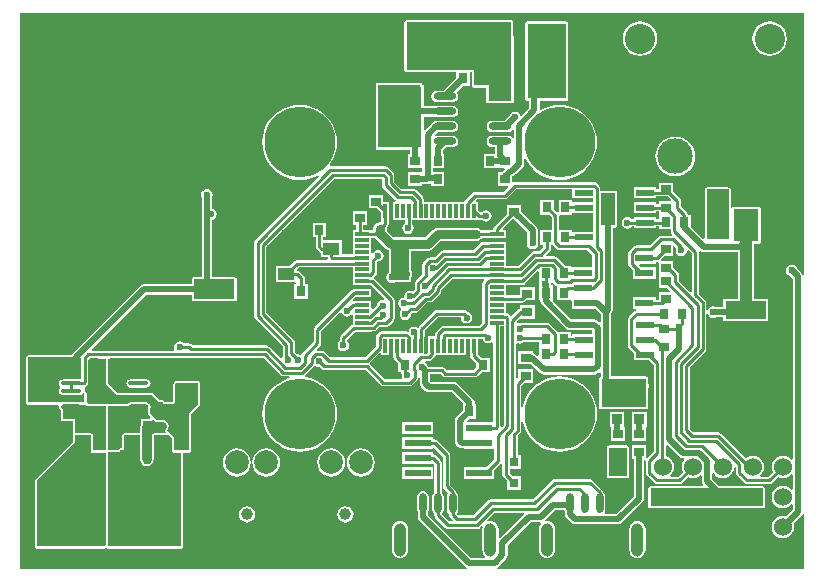
<source format=gtl>
G04*
G04 #@! TF.GenerationSoftware,Altium Limited,Altium Designer,18.0.12 (696)*
G04*
G04 Layer_Physical_Order=1*
G04 Layer_Color=255*
%FSLAX25Y25*%
%MOIN*%
G70*
G01*
G75*
%ADD12C,0.01000*%
%ADD46R,0.03150X0.03150*%
%ADD47R,0.03402X0.03098*%
%ADD48R,0.05500X0.11000*%
%ADD49R,0.03098X0.03402*%
%ADD50R,0.05512X0.20472*%
%ADD51R,0.07480X0.19685*%
%ADD52O,0.07480X0.02362*%
%ADD53R,0.01181X0.04724*%
%ADD54R,0.04724X0.01181*%
%ADD55R,0.05512X0.03937*%
%ADD56R,0.06000X0.02400*%
%ADD57R,0.04331X0.06102*%
%ADD58R,0.04331X0.06102*%
%ADD59R,0.13583X0.06102*%
%ADD60R,0.08661X0.02362*%
G04:AMPARAMS|DCode=61|XSize=110.24mil|YSize=39.37mil|CornerRadius=19.68mil|HoleSize=0mil|Usage=FLASHONLY|Rotation=90.000|XOffset=0mil|YOffset=0mil|HoleType=Round|Shape=RoundedRectangle|*
%AMROUNDEDRECTD61*
21,1,0.11024,0.00000,0,0,90.0*
21,1,0.07087,0.03937,0,0,90.0*
1,1,0.03937,0.00000,0.03544*
1,1,0.03937,0.00000,-0.03544*
1,1,0.03937,0.00000,-0.03544*
1,1,0.03937,0.00000,0.03544*
%
%ADD61ROUNDEDRECTD61*%
G04:AMPARAMS|DCode=62|XSize=23.62mil|YSize=66.93mil|CornerRadius=11.81mil|HoleSize=0mil|Usage=FLASHONLY|Rotation=0.000|XOffset=0mil|YOffset=0mil|HoleType=Round|Shape=RoundedRectangle|*
%AMROUNDEDRECTD62*
21,1,0.02362,0.04331,0,0,0.0*
21,1,0.00000,0.06693,0,0,0.0*
1,1,0.02362,0.00000,-0.02166*
1,1,0.02362,0.00000,-0.02166*
1,1,0.02362,0.00000,0.02166*
1,1,0.02362,0.00000,0.02166*
%
%ADD62ROUNDEDRECTD62*%
%ADD63O,0.06693X0.01378*%
%ADD64R,0.02362X0.05709*%
%ADD65R,0.03543X0.03740*%
%ADD66R,0.03543X0.03740*%
%ADD67C,0.02000*%
%ADD68C,0.03000*%
%ADD69C,0.04000*%
%ADD70R,0.13500X0.06700*%
%ADD71R,0.13000X0.25000*%
%ADD72R,0.07900X0.07600*%
%ADD73R,0.07800X0.14800*%
%ADD74R,0.34900X0.16000*%
%ADD75R,0.06100X0.11400*%
%ADD76R,0.14200X0.21100*%
%ADD77R,0.08300X0.11000*%
%ADD78R,0.07200X0.16500*%
%ADD79R,0.37600X0.05900*%
%ADD80R,0.04900X0.10900*%
%ADD81R,0.15000X0.09500*%
%ADD82R,0.06000X0.09500*%
%ADD83C,0.06000*%
%ADD84C,0.10000*%
%ADD85C,0.11800*%
%ADD86C,0.07874*%
%ADD87C,0.15000*%
%ADD88C,0.23600*%
%ADD89C,0.03937*%
%ADD90C,0.02362*%
G36*
X982135Y258042D02*
X981635Y257993D01*
X981601Y258163D01*
X981226Y258726D01*
X979786Y260166D01*
X979772Y260234D01*
X979356Y260856D01*
X978734Y261272D01*
X978000Y261418D01*
X977266Y261272D01*
X976644Y260856D01*
X976228Y260234D01*
X976082Y259500D01*
X976228Y258766D01*
X976644Y258144D01*
X977266Y257728D01*
X977334Y257715D01*
X978267Y256782D01*
Y196642D01*
X977767Y196472D01*
X977639Y196639D01*
X976866Y197232D01*
X975966Y197605D01*
X975000Y197732D01*
X974034Y197605D01*
X973134Y197232D01*
X972361Y196639D01*
X971768Y195866D01*
X971395Y194966D01*
X971268Y194000D01*
X971395Y193034D01*
X971661Y192392D01*
X969993Y190724D01*
X967629D01*
X967459Y191224D01*
X967639Y191361D01*
X968232Y192134D01*
X968605Y193034D01*
X968732Y194000D01*
X968605Y194966D01*
X968232Y195866D01*
X967639Y196639D01*
X966866Y197232D01*
X965966Y197605D01*
X965000Y197732D01*
X964034Y197605D01*
X963134Y197232D01*
X962732Y196923D01*
X962575D01*
X954333Y205165D01*
X953936Y205430D01*
X953468Y205523D01*
X945111D01*
X943923Y206711D01*
Y227068D01*
X949166Y232310D01*
X949431Y232707D01*
X949524Y233175D01*
Y244838D01*
X950024Y244887D01*
X950028Y244866D01*
X950444Y244244D01*
X951066Y243828D01*
X951800Y243682D01*
X952534Y243828D01*
X952592Y243867D01*
X955209D01*
Y242561D01*
X970191D01*
Y250064D01*
X965423D01*
Y268386D01*
X967000D01*
X967273Y268441D01*
X967505Y268595D01*
X967659Y268827D01*
X967714Y269100D01*
Y280100D01*
X967659Y280373D01*
X967505Y280605D01*
X967273Y280759D01*
X967000Y280814D01*
X958700D01*
X958427Y280759D01*
X958195Y280605D01*
X958114Y280483D01*
X957614Y280595D01*
Y286500D01*
X957559Y286773D01*
X957405Y287005D01*
X957173Y287159D01*
X956900Y287214D01*
X949700D01*
X949427Y287159D01*
X949195Y287005D01*
X949041Y286773D01*
X948986Y286500D01*
Y270172D01*
X948530Y269949D01*
X948505Y269947D01*
X944300Y274151D01*
Y278101D01*
X943264D01*
X943182Y278517D01*
X942916Y278914D01*
X941123Y280707D01*
Y282651D01*
X941030Y283119D01*
X940765Y283516D01*
X938401Y285881D01*
Y288800D01*
X933599D01*
Y286624D01*
X932700D01*
Y287300D01*
X925300D01*
Y283500D01*
X932700D01*
Y284176D01*
X936644D01*
X937661Y283160D01*
X937470Y282698D01*
X933599D01*
Y281624D01*
X932700D01*
Y282300D01*
X925300D01*
Y278500D01*
X932700D01*
Y279176D01*
X933599D01*
Y278200D01*
X933599D01*
X933700Y278101D01*
Y276624D01*
X932700D01*
Y277300D01*
X925300D01*
Y276624D01*
X924645D01*
X924556Y276756D01*
X923934Y277172D01*
X923200Y277318D01*
X922466Y277172D01*
X921844Y276756D01*
X921428Y276134D01*
X921282Y275400D01*
X921428Y274666D01*
X921844Y274044D01*
X922466Y273628D01*
X923200Y273482D01*
X923934Y273628D01*
X924556Y274044D01*
X924645Y274177D01*
X925300D01*
Y273500D01*
X932700D01*
Y274177D01*
X933700D01*
Y273299D01*
X937677D01*
Y272600D01*
X937770Y272132D01*
X938035Y271735D01*
X938146Y271623D01*
X937939Y271124D01*
X934397D01*
X933929Y271030D01*
X933532Y270765D01*
X930690Y267923D01*
X926203D01*
X925735Y267830D01*
X925338Y267565D01*
X923835Y266062D01*
X923570Y265665D01*
X923477Y265197D01*
Y261803D01*
X923570Y261335D01*
X923835Y260938D01*
X925200Y259573D01*
Y256700D01*
X932600D01*
Y260500D01*
X927733D01*
X927095Y261138D01*
X927287Y261600D01*
X932600D01*
Y262277D01*
X932949D01*
X933099Y262306D01*
X933599Y261936D01*
Y258200D01*
Y253802D01*
X936390D01*
X937532Y252660D01*
X937341Y252198D01*
X933599D01*
Y249823D01*
X932600D01*
Y250500D01*
X925200D01*
Y246700D01*
X926111D01*
X926161Y246200D01*
X925811Y246130D01*
X925414Y245865D01*
X923635Y244087D01*
X923370Y243689D01*
X923277Y243221D01*
Y234579D01*
X923370Y234110D01*
X923635Y233714D01*
X925300Y232048D01*
Y229500D01*
X930491D01*
X931977Y228014D01*
Y199071D01*
X929901Y196995D01*
X929401Y197202D01*
Y201198D01*
X924599D01*
Y196700D01*
X925267D01*
Y184129D01*
X919482Y178344D01*
X915857D01*
X915590Y178844D01*
X915733Y179058D01*
X915879Y179791D01*
Y184123D01*
X915733Y184856D01*
X915317Y185479D01*
X915178Y185572D01*
X915091Y186007D01*
X914826Y186404D01*
X911562Y189669D01*
X911165Y189934D01*
X910697Y190027D01*
X898975D01*
X898507Y189934D01*
X898110Y189669D01*
X891665Y183223D01*
X877672D01*
X877203Y183130D01*
X876806Y182865D01*
X871775Y177834D01*
X866896D01*
X866315Y178415D01*
X866317Y178435D01*
X866733Y179058D01*
X866879Y179791D01*
Y184123D01*
X866733Y184856D01*
X866317Y185479D01*
X866214Y185547D01*
X866130Y185968D01*
X865865Y186365D01*
X864223Y188007D01*
Y198000D01*
X864130Y198468D01*
X863865Y198865D01*
X859865Y202865D01*
X859468Y203130D01*
X859000Y203223D01*
X858294D01*
Y203881D01*
X848234D01*
Y200119D01*
X858294D01*
Y200268D01*
X858794Y200475D01*
X861777Y197493D01*
Y187500D01*
X861870Y187032D01*
X862135Y186635D01*
X863479Y185291D01*
X863189Y184856D01*
X863043Y184123D01*
Y179791D01*
X863189Y179058D01*
X863605Y178435D01*
X863737Y178347D01*
Y178039D01*
X863831Y177571D01*
X864096Y177174D01*
X864974Y176296D01*
X864782Y175834D01*
X863896D01*
X861386Y178344D01*
X861395Y178435D01*
X861811Y179058D01*
X861957Y179791D01*
Y184123D01*
X861811Y184856D01*
X861395Y185479D01*
X861263Y185567D01*
Y195461D01*
X861169Y195929D01*
X860904Y196326D01*
X859365Y197865D01*
X858968Y198130D01*
X858500Y198223D01*
X858294D01*
Y198881D01*
X848234D01*
Y195119D01*
X858294D01*
X858294Y195119D01*
Y195119D01*
X858714Y194919D01*
X858815Y194839D01*
Y185567D01*
X858683Y185479D01*
X858267Y184856D01*
X858121Y184123D01*
Y179791D01*
X858267Y179058D01*
X858683Y178435D01*
X858815Y178347D01*
Y177961D01*
X858909Y177493D01*
X859174Y177096D01*
X862524Y173745D01*
X862921Y173480D01*
X863389Y173387D01*
X873110D01*
X873579Y173480D01*
X873976Y173745D01*
X874556Y174326D01*
X874980Y174043D01*
X874959Y173992D01*
X874868Y173295D01*
Y166209D01*
X874959Y165512D01*
X875228Y164863D01*
X875656Y164305D01*
X875750Y164233D01*
X875580Y163733D01*
X871218D01*
X856851Y178100D01*
Y179000D01*
X856890Y179058D01*
X857036Y179791D01*
Y184123D01*
X856890Y184856D01*
X856474Y185479D01*
X855852Y185894D01*
X855118Y186040D01*
X854384Y185894D01*
X853762Y185479D01*
X853346Y184856D01*
X853200Y184123D01*
Y179791D01*
X853346Y179058D01*
X853385Y179000D01*
Y177382D01*
X853517Y176719D01*
X853892Y176156D01*
X869274Y160774D01*
X869738Y160465D01*
X869650Y159965D01*
X720615Y159965D01*
X720615Y345185D01*
X982135Y345185D01*
Y258042D01*
D02*
G37*
G36*
X939551Y267118D02*
X939428Y266934D01*
X939282Y266200D01*
X939428Y265466D01*
X939844Y264844D01*
X940466Y264428D01*
X941200Y264282D01*
X941934Y264428D01*
X942556Y264844D01*
X942972Y265466D01*
X943076Y265987D01*
X943594Y266176D01*
X944676Y265093D01*
Y252458D01*
X944215Y252267D01*
X940424Y256057D01*
Y258100D01*
X940331Y258568D01*
X940066Y258965D01*
X938401Y260630D01*
Y262698D01*
X934530D01*
X934339Y263160D01*
X935481Y264302D01*
X938401D01*
Y267616D01*
X938863Y267807D01*
X939551Y267118D01*
D02*
G37*
G36*
X948037Y265699D02*
X948700Y265567D01*
X959977D01*
Y250064D01*
X955209D01*
Y247333D01*
X952592D01*
X952534Y247372D01*
X951800Y247518D01*
X951066Y247372D01*
X950444Y246956D01*
X950028Y246334D01*
X950024Y246313D01*
X949524Y246362D01*
Y248855D01*
X949431Y249323D01*
X949166Y249720D01*
X947124Y251762D01*
Y265600D01*
X947094Y265747D01*
X947306Y265929D01*
X947549Y266025D01*
X948037Y265699D01*
D02*
G37*
G36*
X940463Y197474D02*
X941025Y197099D01*
X941689Y196967D01*
X942005D01*
X942229Y196467D01*
X941768Y195866D01*
X941395Y194966D01*
X941268Y194000D01*
X941395Y193034D01*
X941661Y192392D01*
X939993Y190724D01*
X937629D01*
X937459Y191224D01*
X937639Y191361D01*
X938232Y192134D01*
X938605Y193034D01*
X938732Y194000D01*
X938605Y194966D01*
X938232Y195866D01*
X937639Y196639D01*
X936866Y197232D01*
X936123Y197539D01*
Y201161D01*
X936585Y201352D01*
X940463Y197474D01*
D02*
G37*
G36*
X929282Y195889D02*
X929276Y195864D01*
Y192136D01*
X929370Y191668D01*
X929635Y191271D01*
X932271Y188635D01*
X932668Y188370D01*
X933136Y188277D01*
X940500D01*
X940968Y188370D01*
X941365Y188635D01*
X943392Y190661D01*
X944034Y190395D01*
X945000Y190268D01*
X945966Y190395D01*
X946866Y190768D01*
X947467Y191229D01*
X947967Y191005D01*
Y189300D01*
X948099Y188637D01*
X948474Y188074D01*
X948573Y187976D01*
X948382Y187514D01*
X946186D01*
X945966Y187605D01*
X945000Y187732D01*
X944034Y187605D01*
X943814Y187514D01*
X936186D01*
X935966Y187605D01*
X935000Y187732D01*
X934034Y187605D01*
X933814Y187514D01*
X930800D01*
X930527Y187459D01*
X930295Y187305D01*
X930141Y187073D01*
X930086Y186800D01*
Y180900D01*
X930141Y180627D01*
X930295Y180395D01*
X930527Y180241D01*
X930800Y180186D01*
X968400D01*
X968673Y180241D01*
X968905Y180395D01*
X969059Y180627D01*
X969114Y180900D01*
Y186800D01*
X969059Y187073D01*
X968905Y187305D01*
X968673Y187459D01*
X968400Y187514D01*
X966186D01*
X965966Y187605D01*
X965000Y187732D01*
X964034Y187605D01*
X963814Y187514D01*
X956186D01*
X955966Y187605D01*
X955000Y187732D01*
X954034Y187605D01*
X953901Y187550D01*
X951433Y190018D01*
Y191749D01*
X951933Y191919D01*
X952361Y191361D01*
X953134Y190768D01*
X954034Y190395D01*
X955000Y190268D01*
X955966Y190395D01*
X956866Y190768D01*
X957639Y191361D01*
X958232Y192134D01*
X958605Y193034D01*
X958695Y193722D01*
X959213Y193989D01*
X959276Y193950D01*
Y192136D01*
X959370Y191668D01*
X959635Y191271D01*
X962271Y188635D01*
X962668Y188370D01*
X963136Y188277D01*
X970500D01*
X970968Y188370D01*
X971365Y188635D01*
X973392Y190661D01*
X974034Y190395D01*
X975000Y190268D01*
X975966Y190395D01*
X976866Y190768D01*
X977639Y191361D01*
X977767Y191528D01*
X978267Y191358D01*
Y186642D01*
X977767Y186472D01*
X977639Y186639D01*
X976866Y187232D01*
X975966Y187605D01*
X975000Y187732D01*
X974034Y187605D01*
X973134Y187232D01*
X972361Y186639D01*
X971768Y185866D01*
X971395Y184966D01*
X971268Y184000D01*
X971395Y183034D01*
X971768Y182134D01*
X972361Y181361D01*
X973134Y180768D01*
X974034Y180395D01*
X975000Y180268D01*
X975966Y180395D01*
X976866Y180768D01*
X977639Y181361D01*
X977767Y181528D01*
X978267Y181358D01*
Y179718D01*
X976099Y177550D01*
X975966Y177605D01*
X975000Y177732D01*
X974034Y177605D01*
X973134Y177232D01*
X972361Y176639D01*
X971768Y175866D01*
X971395Y174966D01*
X971268Y174000D01*
X971395Y173034D01*
X971768Y172134D01*
X972361Y171361D01*
X973134Y170768D01*
X974034Y170395D01*
X975000Y170268D01*
X975966Y170395D01*
X976866Y170768D01*
X977639Y171361D01*
X978232Y172134D01*
X978605Y173034D01*
X978732Y174000D01*
X978605Y174966D01*
X978550Y175099D01*
X981226Y177774D01*
X981601Y178337D01*
X981635Y178507D01*
X982135Y178458D01*
Y159965D01*
X879812D01*
X879725Y160465D01*
X880188Y160774D01*
X882753Y163339D01*
X883129Y163901D01*
X883261Y164565D01*
Y167809D01*
X890982Y175531D01*
X894189D01*
X894335Y175321D01*
X894426Y175053D01*
X894110Y174641D01*
X893841Y173992D01*
X893750Y173295D01*
Y166209D01*
X893841Y165512D01*
X894110Y164863D01*
X894538Y164305D01*
X895095Y163878D01*
X895744Y163609D01*
X896441Y163517D01*
X897138Y163609D01*
X897787Y163878D01*
X898344Y164305D01*
X898772Y164863D01*
X899041Y165512D01*
X899133Y166209D01*
Y173295D01*
X899041Y173992D01*
X898772Y174641D01*
X898344Y175199D01*
X897787Y175626D01*
X897138Y175895D01*
X896441Y175987D01*
X896101Y175942D01*
X895867Y176416D01*
X899175Y179724D01*
X902214D01*
X902346Y179058D01*
X902385Y179000D01*
Y178350D01*
X902517Y177687D01*
X902892Y177125D01*
X904632Y175385D01*
X905195Y175009D01*
X905858Y174877D01*
X920200D01*
X920863Y175009D01*
X921425Y175385D01*
X928226Y182185D01*
X928601Y182748D01*
X928733Y183411D01*
Y196261D01*
X928852Y196293D01*
X929282Y195889D01*
D02*
G37*
G36*
X888825Y178277D02*
X880750Y170202D01*
X880250Y170409D01*
Y173295D01*
X880159Y173992D01*
X879890Y174641D01*
X879462Y175199D01*
X878905Y175626D01*
X878256Y175895D01*
X877559Y175987D01*
X876862Y175895D01*
X876812Y175874D01*
X876528Y176298D01*
X879007Y178777D01*
X888618D01*
X888825Y178277D01*
D02*
G37*
%LPC*%
G36*
X970600Y342549D02*
X969112Y342353D01*
X967725Y341779D01*
X966535Y340865D01*
X965621Y339675D01*
X965047Y338288D01*
X964851Y336800D01*
X965047Y335312D01*
X965621Y333925D01*
X966535Y332735D01*
X967725Y331821D01*
X969112Y331247D01*
X970600Y331051D01*
X972088Y331247D01*
X973475Y331821D01*
X974665Y332735D01*
X975579Y333925D01*
X976153Y335312D01*
X976349Y336800D01*
X976153Y338288D01*
X975579Y339675D01*
X974665Y340865D01*
X973475Y341779D01*
X972088Y342353D01*
X970600Y342549D01*
D02*
G37*
G36*
X927400D02*
X925912Y342353D01*
X924525Y341779D01*
X923335Y340865D01*
X922421Y339675D01*
X921847Y338288D01*
X921651Y336800D01*
X921847Y335312D01*
X922421Y333925D01*
X923335Y332735D01*
X924525Y331821D01*
X925912Y331247D01*
X927400Y331051D01*
X928888Y331247D01*
X930275Y331821D01*
X931465Y332735D01*
X932379Y333925D01*
X932953Y335312D01*
X933149Y336800D01*
X932953Y338288D01*
X932379Y339675D01*
X931465Y340865D01*
X930275Y341779D01*
X928888Y342353D01*
X927400Y342549D01*
D02*
G37*
G36*
X884500Y343014D02*
X849600D01*
X849327Y342959D01*
X849095Y342805D01*
X848941Y342573D01*
X848886Y342300D01*
Y326300D01*
X848941Y326027D01*
X849095Y325795D01*
X849327Y325641D01*
X849600Y325586D01*
X866200D01*
Y323702D01*
X861915Y319418D01*
X859689D01*
X858955Y319272D01*
X858333Y318856D01*
X857917Y318234D01*
X857771Y317500D01*
X857917Y316766D01*
X858333Y316144D01*
X858955Y315728D01*
X859689Y315582D01*
X864807D01*
X865541Y315728D01*
X866163Y316144D01*
X866579Y316766D01*
X866725Y317500D01*
X866579Y318234D01*
X866201Y318800D01*
X868499Y321099D01*
X870698D01*
Y325586D01*
X871386D01*
Y321100D01*
X871441Y320827D01*
X871595Y320595D01*
X871827Y320441D01*
X872100Y320386D01*
X876086D01*
Y315900D01*
X876141Y315627D01*
X876295Y315395D01*
X876527Y315241D01*
X876800Y315186D01*
X884600D01*
X884873Y315241D01*
X885105Y315395D01*
X885259Y315627D01*
X885314Y315900D01*
Y330700D01*
X885259Y330973D01*
X885250Y330987D01*
Y337700D01*
X885214D01*
Y342300D01*
X885159Y342573D01*
X885005Y342805D01*
X884773Y342959D01*
X884500Y343014D01*
D02*
G37*
G36*
X902800Y342514D02*
X889800D01*
X889527Y342459D01*
X889295Y342305D01*
X889141Y342073D01*
X889086Y341800D01*
Y316800D01*
X889141Y316527D01*
X889295Y316295D01*
X889527Y316141D01*
X889800Y316086D01*
X890448D01*
Y313601D01*
X887939Y311092D01*
X887757Y311148D01*
X887432Y311293D01*
X887056Y311856D01*
X886434Y312272D01*
X885700Y312418D01*
X884966Y312272D01*
X884344Y311856D01*
X883928Y311234D01*
X883914Y311166D01*
X882167Y309418D01*
X878193D01*
X877459Y309272D01*
X876837Y308856D01*
X876421Y308234D01*
X876275Y307500D01*
X876421Y306766D01*
X876837Y306144D01*
X877459Y305728D01*
X878193Y305582D01*
X883311D01*
X884045Y305728D01*
X884667Y306144D01*
X884860Y306432D01*
X885360Y306280D01*
Y303720D01*
X884860Y303568D01*
X884667Y303856D01*
X884045Y304272D01*
X883311Y304418D01*
X878193D01*
X877459Y304272D01*
X876837Y303856D01*
X876421Y303234D01*
X876275Y302500D01*
X876421Y301766D01*
X876837Y301144D01*
X877459Y300728D01*
X878193Y300582D01*
X879019D01*
Y298401D01*
X875302D01*
Y293599D01*
X879800D01*
Y293599D01*
X880099Y293802D01*
X882198D01*
X882390Y293340D01*
X881274Y292225D01*
X881256Y292198D01*
X880099D01*
Y287700D01*
X883292D01*
X883483Y287238D01*
X881869Y285624D01*
X872373D01*
X871905Y285530D01*
X871508Y285265D01*
X869130Y282887D01*
X868865Y282490D01*
X868847Y282403D01*
X855293D01*
Y283314D01*
X855200Y283782D01*
X854935Y284179D01*
X852669Y286444D01*
X852272Y286709D01*
X851804Y286803D01*
X847832D01*
X845523Y289111D01*
Y291304D01*
X845430Y291772D01*
X845165Y292169D01*
X843469Y293866D01*
X843072Y294131D01*
X842604Y294224D01*
X824260D01*
X824192Y294299D01*
X823999Y294688D01*
X824123Y294833D01*
X825151Y296511D01*
X825904Y298328D01*
X826363Y300242D01*
X826517Y302203D01*
X826363Y304165D01*
X825904Y306078D01*
X825151Y307896D01*
X824123Y309573D01*
X822845Y311069D01*
X821349Y312347D01*
X819671Y313375D01*
X817853Y314128D01*
X815940Y314587D01*
X813979Y314742D01*
X812017Y314587D01*
X810104Y314128D01*
X808286Y313375D01*
X806609Y312347D01*
X805113Y311069D01*
X803835Y309573D01*
X802807Y307896D01*
X802054Y306078D01*
X801595Y304165D01*
X801440Y302203D01*
X801595Y300242D01*
X802054Y298328D01*
X802807Y296511D01*
X803835Y294833D01*
X805113Y293337D01*
X806609Y292059D01*
X808286Y291031D01*
X810104Y290278D01*
X812017Y289819D01*
X813979Y289665D01*
X815940Y289819D01*
X817853Y290278D01*
X819671Y291031D01*
X820061Y291270D01*
X820373Y290875D01*
X799054Y269556D01*
X798788Y269159D01*
X798695Y268690D01*
Y244377D01*
X798788Y243909D01*
X799054Y243512D01*
X808263Y234303D01*
Y231177D01*
X808356Y230709D01*
X808267Y230503D01*
X807672Y230391D01*
X803898Y234165D01*
X803501Y234430D01*
X803033Y234524D01*
X778307D01*
X777965Y234865D01*
X777568Y235130D01*
X777100Y235224D01*
X775445D01*
X775356Y235356D01*
X774734Y235772D01*
X774000Y235918D01*
X773266Y235772D01*
X772644Y235356D01*
X772228Y234734D01*
X772082Y234000D01*
X772217Y233324D01*
X772174Y233161D01*
X771993Y232823D01*
X744779D01*
X744588Y233285D01*
X762782Y251479D01*
X778086D01*
Y249900D01*
X778141Y249627D01*
X778295Y249395D01*
X778527Y249241D01*
X778800Y249186D01*
X792300D01*
X792573Y249241D01*
X792805Y249395D01*
X792959Y249627D01*
X793014Y249900D01*
Y256600D01*
X792959Y256873D01*
X792805Y257105D01*
X792573Y257259D01*
X792300Y257314D01*
X784733D01*
Y276348D01*
X785134Y276428D01*
X785756Y276844D01*
X786172Y277466D01*
X786318Y278200D01*
X786172Y278934D01*
X785756Y279556D01*
X785134Y279972D01*
X784733Y280052D01*
Y284008D01*
X784772Y284066D01*
X784918Y284800D01*
X784772Y285534D01*
X784356Y286156D01*
X783734Y286572D01*
X783000Y286718D01*
X782266Y286572D01*
X781644Y286156D01*
X781228Y285534D01*
X781082Y284800D01*
X781228Y284066D01*
X781267Y284008D01*
Y257314D01*
X778800D01*
X778527Y257259D01*
X778295Y257105D01*
X778141Y256873D01*
X778086Y256600D01*
Y254946D01*
X762064D01*
X761401Y254814D01*
X760838Y254438D01*
X738223Y231823D01*
X737848Y231261D01*
X737838Y231214D01*
X723500Y231214D01*
X723227Y231159D01*
X722995Y231005D01*
X722841Y230773D01*
X722786Y230500D01*
Y220800D01*
X722599D01*
Y216302D01*
X722786D01*
Y215500D01*
X722841Y215227D01*
X722995Y214995D01*
X723227Y214841D01*
X723500Y214786D01*
X733320Y214786D01*
X733731Y214286D01*
X733706Y214161D01*
X733814Y213619D01*
X734121Y213160D01*
X734286Y213049D01*
Y210000D01*
X734341Y209727D01*
X734495Y209495D01*
X734727Y209341D01*
X735000Y209286D01*
X738286D01*
Y205214D01*
X738341Y204941D01*
X738397Y204857D01*
X738341Y204773D01*
X738286Y204500D01*
Y202296D01*
X736995Y201005D01*
X736995Y201005D01*
X725995Y190005D01*
X725841Y189773D01*
X725786Y189500D01*
X725786Y167500D01*
X725841Y167227D01*
X725995Y166995D01*
X726227Y166841D01*
X726500Y166786D01*
X748786Y166786D01*
X749059Y166841D01*
X749495Y166995D01*
X749727Y166841D01*
X750000Y166786D01*
X774500D01*
X774773Y166841D01*
X775005Y166995D01*
X775159Y167227D01*
X775214Y167500D01*
Y198500D01*
X775667Y198786D01*
X777000D01*
X777273Y198841D01*
X777505Y198995D01*
X777659Y199227D01*
X777714Y199500D01*
Y211704D01*
X780505Y214495D01*
X780659Y214727D01*
X780714Y215000D01*
Y222000D01*
X780659Y222273D01*
X780505Y222505D01*
X780273Y222659D01*
X780000Y222714D01*
X773000D01*
X772727Y222659D01*
X772495Y222505D01*
X771995Y222005D01*
X771841Y221773D01*
X771786Y221500D01*
Y215801D01*
X771770Y215785D01*
X769030D01*
X768883Y216005D01*
X768652Y216159D01*
X768379Y216214D01*
X767296Y216214D01*
X765005Y218505D01*
X764773Y218659D01*
X764500Y218714D01*
X763463D01*
X763394Y218700D01*
X763324Y218700D01*
X763259Y218673D01*
X763190Y218659D01*
X763177Y218650D01*
X762808Y218577D01*
X757633D01*
X757264Y218650D01*
X757251Y218659D01*
X757182Y218673D01*
X757117Y218700D01*
X757047D01*
X756978Y218714D01*
X753296Y218714D01*
X750214Y221796D01*
X750214Y229876D01*
X750367Y230134D01*
X750646Y230377D01*
X801822D01*
X807644Y224554D01*
X808041Y224289D01*
X808510Y224195D01*
X810538D01*
X810598Y223695D01*
X810104Y223577D01*
X808286Y222824D01*
X806609Y221796D01*
X805113Y220518D01*
X803835Y219022D01*
X802807Y217344D01*
X802054Y215527D01*
X801595Y213614D01*
X801440Y211652D01*
X801595Y209690D01*
X802054Y207777D01*
X802807Y205960D01*
X803835Y204282D01*
X805113Y202786D01*
X806609Y201508D01*
X808286Y200480D01*
X810104Y199727D01*
X812017Y199268D01*
X813979Y199113D01*
X815940Y199268D01*
X817853Y199727D01*
X819671Y200480D01*
X821349Y201508D01*
X822845Y202786D01*
X824123Y204282D01*
X825151Y205960D01*
X825904Y207777D01*
X826363Y209690D01*
X826517Y211652D01*
X826363Y213614D01*
X825904Y215527D01*
X825151Y217344D01*
X824123Y219022D01*
X822845Y220518D01*
X821349Y221796D01*
X819671Y222824D01*
X817853Y223577D01*
X815940Y224036D01*
X815798Y224047D01*
X815662Y224532D01*
X815662Y224560D01*
X818704Y227602D01*
X819144Y227844D01*
X819766Y227428D01*
X820500Y227282D01*
X820656Y227313D01*
X821335Y226635D01*
X821732Y226370D01*
X822200Y226276D01*
X835893D01*
X840935Y221235D01*
X841332Y220970D01*
X841800Y220877D01*
X850667D01*
X851136Y220970D01*
X851532Y221235D01*
X853165Y222867D01*
X853430Y223264D01*
X853524Y223733D01*
X854017Y223716D01*
Y221950D01*
X854149Y221287D01*
X854524Y220724D01*
X855874Y219374D01*
X856437Y218999D01*
X857100Y218867D01*
X864782D01*
X868433Y215216D01*
X868302Y214901D01*
X868302D01*
Y212702D01*
X866180Y210580D01*
X865804Y210018D01*
X865672Y209354D01*
Y202594D01*
X865804Y201931D01*
X866180Y201369D01*
X866774Y200774D01*
X867337Y200399D01*
X868000Y200267D01*
X868705D01*
Y200119D01*
X878767D01*
X878854Y199655D01*
Y196639D01*
X876095Y193881D01*
X868705D01*
Y190119D01*
X878767D01*
Y193092D01*
X880942Y195267D01*
X881054Y195434D01*
X881554Y195282D01*
Y191375D01*
X881647Y190907D01*
X881912Y190510D01*
X883177Y189244D01*
Y186425D01*
X887727D01*
Y190975D01*
X884908D01*
X884001Y191882D01*
Y193325D01*
X887827D01*
Y197875D01*
X886775D01*
Y204537D01*
X887468Y205229D01*
X887733Y205627D01*
X887827Y206095D01*
Y209140D01*
X888326Y209200D01*
X888668Y207777D01*
X889421Y205960D01*
X890449Y204282D01*
X891727Y202786D01*
X893223Y201508D01*
X894901Y200480D01*
X896718Y199727D01*
X898631Y199268D01*
X900593Y199113D01*
X902554Y199268D01*
X904468Y199727D01*
X906285Y200480D01*
X907963Y201508D01*
X909459Y202786D01*
X910737Y204282D01*
X911765Y205960D01*
X912518Y207777D01*
X912977Y209690D01*
X913132Y211652D01*
X912977Y213614D01*
X912518Y215527D01*
X911765Y217344D01*
X910737Y219022D01*
X909459Y220518D01*
X907963Y221796D01*
X906285Y222824D01*
X904468Y223577D01*
X902554Y224036D01*
X900593Y224191D01*
X898631Y224036D01*
X896718Y223577D01*
X894901Y222824D01*
X893223Y221796D01*
X891727Y220518D01*
X890449Y219022D01*
X889421Y217344D01*
X888668Y215527D01*
X888326Y214105D01*
X887827Y214164D01*
Y214583D01*
X887816Y214633D01*
Y217410D01*
X887827Y217461D01*
Y221145D01*
X888781Y222100D01*
X891701D01*
Y226598D01*
X886899D01*
Y223710D01*
X886582Y223452D01*
X886127Y223650D01*
Y235058D01*
X886567Y235294D01*
X886666Y235228D01*
X887400Y235082D01*
X888134Y235228D01*
X888756Y235644D01*
X888845Y235776D01*
X893700D01*
Y234099D01*
X893700D01*
Y233901D01*
X893700D01*
Y231205D01*
X893238Y231014D01*
X892574Y231677D01*
X892012Y232053D01*
X891701Y232115D01*
Y232700D01*
X886899D01*
Y228202D01*
X891147D01*
X891463Y227886D01*
X891474Y227869D01*
X894069Y225274D01*
X894069Y225274D01*
X894631Y224899D01*
X895295Y224767D01*
X904900D01*
Y224600D01*
X912300D01*
Y224787D01*
X912863Y224899D01*
X913426Y225274D01*
X913805Y225654D01*
X914267Y225462D01*
Y224167D01*
X914227Y224159D01*
X913995Y224005D01*
X913841Y223773D01*
X913786Y223500D01*
Y214000D01*
X913841Y213727D01*
X913995Y213495D01*
X914227Y213341D01*
X914500Y213286D01*
X929500D01*
X929773Y213341D01*
X930005Y213495D01*
X930159Y213727D01*
X930214Y214000D01*
Y220179D01*
X930272Y220266D01*
X930418Y221000D01*
X930272Y221734D01*
X930214Y221821D01*
Y223500D01*
X930159Y223773D01*
X930005Y224005D01*
X929773Y224159D01*
X929500Y224214D01*
X917733D01*
Y244882D01*
X917826Y244974D01*
X918201Y245537D01*
X918333Y246200D01*
Y273786D01*
X919100D01*
X919373Y273841D01*
X919605Y273995D01*
X919759Y274227D01*
X919814Y274500D01*
Y285400D01*
X919759Y285673D01*
X919605Y285905D01*
X919373Y286059D01*
X919100Y286114D01*
X914223D01*
Y286897D01*
X914130Y287365D01*
X913865Y287762D01*
X912962Y288665D01*
X912565Y288930D01*
X912097Y289023D01*
X885775D01*
X885401Y288949D01*
X885064Y289128D01*
X884901Y289260D01*
Y290949D01*
X885050Y291097D01*
X885568Y291201D01*
X886131Y291576D01*
X888319Y293764D01*
X888694Y294327D01*
X888826Y294990D01*
Y296665D01*
X889317Y296762D01*
X889421Y296511D01*
X890449Y294833D01*
X891727Y293337D01*
X893223Y292059D01*
X894901Y291031D01*
X896718Y290278D01*
X898631Y289819D01*
X900593Y289665D01*
X902554Y289819D01*
X904468Y290278D01*
X906285Y291031D01*
X907963Y292059D01*
X909459Y293337D01*
X910737Y294833D01*
X911765Y296511D01*
X912518Y298328D01*
X912977Y300242D01*
X913132Y302203D01*
X912977Y304165D01*
X912518Y306078D01*
X911765Y307896D01*
X910737Y309573D01*
X909459Y311069D01*
X907963Y312347D01*
X906285Y313375D01*
X904468Y314128D01*
X902554Y314587D01*
X900593Y314742D01*
X898631Y314587D01*
X896718Y314128D01*
X894901Y313375D01*
X894414Y313077D01*
X893914Y313357D01*
Y316086D01*
X902800D01*
X903073Y316141D01*
X903305Y316295D01*
X903459Y316527D01*
X903514Y316800D01*
Y341800D01*
X903459Y342073D01*
X903305Y342305D01*
X903073Y342459D01*
X902800Y342514D01*
D02*
G37*
G36*
X854200Y322114D02*
X840000D01*
X839727Y322059D01*
X839495Y321905D01*
X839341Y321673D01*
X839286Y321400D01*
Y300300D01*
X839341Y300027D01*
X839495Y299795D01*
X839727Y299641D01*
X840000Y299586D01*
X848387D01*
Y299564D01*
X850767D01*
Y298300D01*
X850099D01*
Y293802D01*
X854867D01*
Y292198D01*
X850099D01*
Y287700D01*
X854901D01*
Y288215D01*
X856149D01*
X856812Y288347D01*
X857200Y288606D01*
X857700Y288448D01*
Y287599D01*
X862198D01*
Y292401D01*
X858333D01*
Y293599D01*
X862198D01*
Y298401D01*
X861682D01*
Y299483D01*
X862781Y300582D01*
X864807D01*
X865541Y300728D01*
X866163Y301144D01*
X866579Y301766D01*
X866725Y302500D01*
X866579Y303234D01*
X866163Y303856D01*
X865541Y304272D01*
X864807Y304418D01*
X859689D01*
X859424Y304365D01*
X859177Y304826D01*
X859933Y305582D01*
X864807D01*
X865541Y305728D01*
X866163Y306144D01*
X866579Y306766D01*
X866725Y307500D01*
X866579Y308234D01*
X866163Y308856D01*
X865541Y309272D01*
X864807Y309418D01*
X859689D01*
X858955Y309272D01*
X858333Y308856D01*
X858303Y308811D01*
X858174Y308726D01*
X855798Y306350D01*
X855298Y306557D01*
Y310767D01*
X858897D01*
X858955Y310728D01*
X859689Y310582D01*
X864807D01*
X865541Y310728D01*
X866163Y311144D01*
X866579Y311766D01*
X866725Y312500D01*
X866579Y313234D01*
X866163Y313856D01*
X865541Y314272D01*
X864807Y314418D01*
X859689D01*
X858955Y314272D01*
X858897Y314233D01*
X855298D01*
Y321436D01*
X854906D01*
X854859Y321673D01*
X854705Y321905D01*
X854473Y322059D01*
X854200Y322114D01*
D02*
G37*
G36*
X939200Y304132D02*
X937906Y304005D01*
X936662Y303627D01*
X935515Y303014D01*
X934511Y302189D01*
X933686Y301185D01*
X933073Y300038D01*
X932695Y298794D01*
X932568Y297500D01*
X932695Y296206D01*
X933073Y294962D01*
X933686Y293815D01*
X934511Y292811D01*
X935515Y291986D01*
X936662Y291373D01*
X937906Y290996D01*
X939200Y290868D01*
X940494Y290996D01*
X941738Y291373D01*
X942885Y291986D01*
X943890Y292811D01*
X944714Y293815D01*
X945327Y294962D01*
X945704Y296206D01*
X945832Y297500D01*
X945704Y298794D01*
X945327Y300038D01*
X944714Y301185D01*
X943890Y302189D01*
X942885Y303014D01*
X941738Y303627D01*
X940494Y304005D01*
X939200Y304132D01*
D02*
G37*
G36*
X762878Y223255D02*
X757563D01*
X757021Y223147D01*
X756562Y222840D01*
X756255Y222380D01*
X756147Y221839D01*
X756255Y221297D01*
X756562Y220837D01*
X757021Y220530D01*
X757563Y220422D01*
X762878D01*
X763420Y220530D01*
X763879Y220837D01*
X764186Y221297D01*
X764294Y221839D01*
X764186Y222380D01*
X763879Y222840D01*
X763420Y223147D01*
X762878Y223255D01*
D02*
G37*
G36*
X858294Y208881D02*
X848234D01*
Y205119D01*
X858294D01*
Y208881D01*
D02*
G37*
G36*
X922231Y212444D02*
X917288D01*
Y207304D01*
X917599Y207300D01*
Y202802D01*
X922401D01*
Y207300D01*
X922231Y207304D01*
Y212444D01*
D02*
G37*
G36*
X929712Y212444D02*
X924769D01*
Y207304D01*
X924599Y207300D01*
Y202802D01*
X929401D01*
Y207300D01*
X929712Y207304D01*
Y212444D01*
D02*
G37*
G36*
X834343Y200177D02*
X833132Y200018D01*
X832004Y199550D01*
X831036Y198807D01*
X830292Y197838D01*
X829825Y196711D01*
X829666Y195500D01*
X829825Y194290D01*
X830292Y193161D01*
X831036Y192193D01*
X832004Y191450D01*
X833132Y190982D01*
X834343Y190823D01*
X835553Y190982D01*
X836681Y191450D01*
X837650Y192193D01*
X838393Y193161D01*
X838860Y194290D01*
X839020Y195500D01*
X838860Y196711D01*
X838393Y197838D01*
X837650Y198807D01*
X836681Y199550D01*
X835553Y200018D01*
X834343Y200177D01*
D02*
G37*
G36*
X824500Y200177D02*
X823289Y200018D01*
X822161Y199550D01*
X821193Y198807D01*
X820450Y197838D01*
X819982Y196711D01*
X819823Y195500D01*
X819982Y194290D01*
X820450Y193161D01*
X821193Y192193D01*
X822161Y191450D01*
X823289Y190982D01*
X824500Y190823D01*
X825710Y190982D01*
X826838Y191450D01*
X827807Y192193D01*
X828550Y193161D01*
X829018Y194290D01*
X829177Y195500D01*
X829018Y196711D01*
X828550Y197838D01*
X827807Y198807D01*
X826838Y199550D01*
X825710Y200018D01*
X824500Y200177D01*
D02*
G37*
G36*
X802843D02*
X801632Y200018D01*
X800504Y199550D01*
X799536Y198807D01*
X798792Y197838D01*
X798325Y196711D01*
X798166Y195500D01*
X798325Y194290D01*
X798792Y193161D01*
X799536Y192193D01*
X800504Y191450D01*
X801632Y190982D01*
X802843Y190823D01*
X804053Y190982D01*
X805181Y191450D01*
X806150Y192193D01*
X806893Y193161D01*
X807360Y194290D01*
X807520Y195500D01*
X807360Y196711D01*
X806893Y197838D01*
X806150Y198807D01*
X805181Y199550D01*
X804053Y200018D01*
X802843Y200177D01*
D02*
G37*
G36*
X793000D02*
X791789Y200018D01*
X790661Y199550D01*
X789693Y198807D01*
X788950Y197838D01*
X788482Y196711D01*
X788323Y195500D01*
X788482Y194290D01*
X788950Y193161D01*
X789693Y192193D01*
X790661Y191450D01*
X791789Y190982D01*
X793000Y190823D01*
X794210Y190982D01*
X795338Y191450D01*
X796307Y192193D01*
X797050Y193161D01*
X797518Y194290D01*
X797677Y195500D01*
X797518Y196711D01*
X797050Y197838D01*
X796307Y198807D01*
X795338Y199550D01*
X794210Y200018D01*
X793000Y200177D01*
D02*
G37*
G36*
X923000Y201214D02*
X917000D01*
X916727Y201159D01*
X916495Y201005D01*
X916341Y200773D01*
X916286Y200500D01*
Y191000D01*
X916341Y190727D01*
X916495Y190495D01*
X916727Y190341D01*
X917000Y190286D01*
X923000D01*
X923273Y190341D01*
X923505Y190495D01*
X923659Y190727D01*
X923714Y191000D01*
Y200500D01*
X923659Y200773D01*
X923505Y201005D01*
X923273Y201159D01*
X923000Y201214D01*
D02*
G37*
G36*
X858294Y193881D02*
X848234D01*
Y190119D01*
X858294D01*
Y193881D01*
D02*
G37*
G36*
X829237Y180866D02*
X828540Y180774D01*
X827891Y180505D01*
X827334Y180077D01*
X826906Y179520D01*
X826637Y178871D01*
X826546Y178174D01*
X826637Y177477D01*
X826906Y176828D01*
X827334Y176271D01*
X827891Y175843D01*
X828540Y175574D01*
X829237Y175482D01*
X829934Y175574D01*
X830583Y175843D01*
X831140Y176271D01*
X831568Y176828D01*
X831837Y177477D01*
X831929Y178174D01*
X831837Y178871D01*
X831568Y179520D01*
X831140Y180077D01*
X830583Y180505D01*
X829934Y180774D01*
X829237Y180866D01*
D02*
G37*
G36*
X796363D02*
X795666Y180774D01*
X795017Y180505D01*
X794460Y180077D01*
X794032Y179520D01*
X793763Y178871D01*
X793672Y178174D01*
X793763Y177477D01*
X794032Y176828D01*
X794460Y176271D01*
X795017Y175843D01*
X795666Y175574D01*
X796363Y175482D01*
X797060Y175574D01*
X797709Y175843D01*
X798266Y176271D01*
X798694Y176828D01*
X798963Y177477D01*
X799054Y178174D01*
X798963Y178871D01*
X798694Y179520D01*
X798266Y180077D01*
X797709Y180505D01*
X797060Y180774D01*
X796363Y180866D01*
D02*
G37*
G36*
X847441Y175987D02*
X846744Y175895D01*
X846095Y175626D01*
X845538Y175199D01*
X845110Y174641D01*
X844841Y173992D01*
X844750Y173295D01*
Y166209D01*
X844841Y165512D01*
X845110Y164863D01*
X845538Y164305D01*
X846095Y163878D01*
X846744Y163609D01*
X847441Y163517D01*
X848138Y163609D01*
X848787Y163878D01*
X849344Y164305D01*
X849772Y164863D01*
X850041Y165512D01*
X850132Y166209D01*
Y173295D01*
X850041Y173992D01*
X849772Y174641D01*
X849344Y175199D01*
X848787Y175626D01*
X848138Y175895D01*
X847441Y175987D01*
D02*
G37*
%LPD*%
G36*
X841376Y287900D02*
X841470Y287432D01*
X841735Y287035D01*
X845756Y283014D01*
X845922Y282903D01*
X845770Y282403D01*
X845082D01*
Y276279D01*
X849086D01*
Y275185D01*
X848744Y274956D01*
X848328Y274334D01*
X848182Y273600D01*
X848328Y272866D01*
X848744Y272244D01*
X849366Y271828D01*
X850100Y271682D01*
X850834Y271828D01*
X851456Y272244D01*
X851872Y272866D01*
X852018Y273600D01*
X851872Y274334D01*
X851534Y274840D01*
Y276279D01*
X873254D01*
Y276279D01*
X873517Y276494D01*
X873605Y276477D01*
X874555D01*
X874644Y276344D01*
X875266Y275928D01*
X876000Y275782D01*
X876734Y275928D01*
X877356Y276344D01*
X877772Y276966D01*
X877918Y277700D01*
X877772Y278434D01*
X877356Y279056D01*
X876734Y279472D01*
X876000Y279618D01*
X875266Y279472D01*
X874644Y279056D01*
X874590Y278976D01*
X874089Y278947D01*
X873254Y279781D01*
Y282403D01*
X872848D01*
X872651Y282858D01*
X872910Y283176D01*
X882376D01*
X882844Y283270D01*
X883241Y283535D01*
X886282Y286577D01*
X904900D01*
Y283500D01*
X911777D01*
Y282300D01*
X904900D01*
X904800Y282759D01*
Y282901D01*
X900302D01*
Y279084D01*
X899802Y278877D01*
X898698Y279981D01*
Y282901D01*
X894200D01*
Y278099D01*
X897119D01*
X897974Y277244D01*
Y272901D01*
X894200D01*
Y268099D01*
X895225D01*
Y267356D01*
X893894Y266024D01*
X892197D01*
X891728Y265931D01*
X891331Y265666D01*
X886742Y261076D01*
X882703D01*
Y264468D01*
Y269018D01*
X876579D01*
Y268951D01*
X875027D01*
X874559Y268857D01*
X874162Y268592D01*
X871746Y266177D01*
X861745D01*
X861277Y266083D01*
X860880Y265818D01*
X858966Y263905D01*
X857414D01*
X856946Y263811D01*
X856549Y263546D01*
X855154Y262151D01*
X854889Y261754D01*
X854795Y261286D01*
Y258293D01*
X852654Y256151D01*
X852388Y255754D01*
X852295Y255286D01*
Y253163D01*
X851696Y252563D01*
X851534Y252672D01*
X850800Y252818D01*
X850066Y252672D01*
X849444Y252256D01*
X849028Y251634D01*
X848885Y250917D01*
X848882Y250900D01*
X848802Y250431D01*
X848365Y250331D01*
X848066Y250272D01*
X847916Y250172D01*
X847444Y249856D01*
X847028Y249234D01*
X846882Y248500D01*
X847028Y247766D01*
X847444Y247144D01*
X847858Y246867D01*
X847896Y246291D01*
X847844Y246256D01*
X847428Y245634D01*
X847282Y244900D01*
X847428Y244166D01*
X847844Y243544D01*
X848466Y243128D01*
X849200Y242982D01*
X849934Y243128D01*
X850556Y243544D01*
X850972Y244166D01*
X851118Y244900D01*
X851087Y245057D01*
X851507Y245477D01*
X852700D01*
X853168Y245570D01*
X853565Y245835D01*
X856607Y248877D01*
X857471D01*
X857940Y248970D01*
X858337Y249235D01*
X860846Y251744D01*
X861112Y252141D01*
X861205Y252610D01*
Y253066D01*
X864815Y256677D01*
X875337D01*
X875529Y256215D01*
X875214Y255900D01*
X874949Y255503D01*
X874856Y255034D01*
Y242086D01*
X873893Y241124D01*
X861774D01*
X861306Y241030D01*
X860909Y240765D01*
X859288Y239144D01*
X859023Y238747D01*
X858930Y238279D01*
Y237521D01*
X856894D01*
Y232217D01*
X856500Y231823D01*
X855538D01*
Y237335D01*
X855612Y237445D01*
X855705Y237914D01*
Y239374D01*
X860207Y243877D01*
X867619D01*
X867682Y243800D01*
X867828Y243066D01*
X868244Y242444D01*
X868866Y242028D01*
X869050Y241991D01*
X869132Y241937D01*
X869600Y241844D01*
X870068Y241937D01*
X870150Y241991D01*
X870334Y242028D01*
X870956Y242444D01*
X871372Y243066D01*
X871518Y243800D01*
X871372Y244534D01*
X870956Y245156D01*
X870334Y245572D01*
X869990Y245640D01*
X869665Y245965D01*
X869268Y246230D01*
X868800Y246323D01*
X859700D01*
X859232Y246230D01*
X858835Y245965D01*
X853616Y240746D01*
X853351Y240349D01*
X853330Y240341D01*
X852834Y240672D01*
X852100Y240818D01*
X851366Y240672D01*
X850744Y240256D01*
X850328Y239634D01*
X850249Y239238D01*
X850039Y239151D01*
X849571Y239245D01*
X841348D01*
X840880Y239151D01*
X840483Y238886D01*
X839780Y238183D01*
X839515Y237786D01*
X839422Y237318D01*
Y234252D01*
X835793Y230624D01*
X824174D01*
X822351Y232446D01*
X821955Y232712D01*
X821486Y232805D01*
X819842D01*
X819635Y233305D01*
X820765Y234435D01*
X821030Y234832D01*
X821124Y235300D01*
Y239294D01*
X827415Y245585D01*
X827893Y245440D01*
X827928Y245266D01*
X828344Y244644D01*
X828966Y244228D01*
X829700Y244082D01*
X830434Y244228D01*
X831056Y244644D01*
X831197Y244854D01*
X831536Y244806D01*
X831697Y244703D01*
Y241520D01*
X831477Y241476D01*
X831080Y241211D01*
X827635Y237765D01*
X827370Y237368D01*
X827277Y236900D01*
Y235945D01*
X827144Y235856D01*
X826728Y235234D01*
X826582Y234500D01*
X826728Y233766D01*
X827144Y233144D01*
X827766Y232728D01*
X828500Y232582D01*
X829234Y232728D01*
X829856Y233144D01*
X830272Y233766D01*
X830418Y234500D01*
X830272Y235234D01*
X829856Y235856D01*
X829771Y235913D01*
X829742Y236412D01*
X832452Y239122D01*
X837618D01*
X838073Y239212D01*
X838580D01*
X839048Y239306D01*
X839445Y239571D01*
X840551Y240676D01*
X842767D01*
X843236Y240770D01*
X843633Y241035D01*
X845246Y242649D01*
X845512Y243045D01*
X845605Y243514D01*
Y249586D01*
X845512Y250055D01*
X845246Y250451D01*
X838916Y256781D01*
X838831Y256838D01*
X838756Y257470D01*
X839365Y258079D01*
X839630Y258476D01*
X839723Y258945D01*
Y262123D01*
X840044Y262538D01*
X840778Y262684D01*
X841400Y263100D01*
X841816Y263722D01*
X841962Y264456D01*
X841816Y265190D01*
X841400Y265812D01*
X840778Y266228D01*
X840044Y266374D01*
X839310Y266228D01*
X838688Y265812D01*
X838321Y265264D01*
X838011Y265281D01*
X837821Y265347D01*
Y270441D01*
X839058D01*
X839164Y270282D01*
X842713Y266733D01*
X843441Y266247D01*
X843586Y266218D01*
Y258645D01*
X843425Y258537D01*
X843009Y257915D01*
X842863Y257181D01*
X843009Y256447D01*
X843425Y255825D01*
X844047Y255409D01*
X844781Y255263D01*
X845515Y255409D01*
X845780Y255586D01*
X850400D01*
X850673Y255641D01*
X850905Y255795D01*
X851059Y256027D01*
X851114Y256300D01*
Y257279D01*
X851372Y257666D01*
X851518Y258400D01*
X851372Y259134D01*
X851114Y259521D01*
Y266076D01*
X856747D01*
X857605Y266247D01*
X858333Y266733D01*
X860857Y269257D01*
X872700D01*
X873558Y269428D01*
X874286Y269914D01*
X874638Y270441D01*
X876579D01*
Y270374D01*
X882703D01*
Y272955D01*
X881787D01*
X881596Y273416D01*
X884852Y276673D01*
X885427D01*
X889867Y272233D01*
Y269292D01*
X889828Y269234D01*
X889682Y268500D01*
X889828Y267766D01*
X890244Y267144D01*
X890866Y266728D01*
X891600Y266582D01*
X892334Y266728D01*
X892956Y267144D01*
X893372Y267766D01*
X893518Y268500D01*
X893372Y269234D01*
X893333Y269292D01*
Y272951D01*
X893201Y273615D01*
X892826Y274177D01*
X887901Y279102D01*
Y281300D01*
X883099D01*
Y278381D01*
X878776Y274057D01*
X878511Y273660D01*
X878417Y273192D01*
Y272955D01*
X876579D01*
Y272887D01*
X874419D01*
X874286Y273086D01*
X873558Y273572D01*
X872700Y273743D01*
X859928D01*
X859069Y273572D01*
X858342Y273086D01*
X855818Y270562D01*
X845229D01*
X842993Y272797D01*
Y273350D01*
X842908Y273778D01*
X843301Y274171D01*
X843566Y274568D01*
X843659Y275036D01*
Y276279D01*
X843727D01*
Y282403D01*
X841901D01*
Y284698D01*
X837099D01*
Y280200D01*
X839847D01*
X841146Y278901D01*
Y276279D01*
X841146Y276279D01*
X841146D01*
X841015Y275833D01*
X840750Y275593D01*
X839892Y275422D01*
X839164Y274936D01*
X838678Y274208D01*
X838507Y273350D01*
Y272887D01*
X837821D01*
Y272955D01*
X835223D01*
Y274700D01*
X836401D01*
Y279198D01*
X831599D01*
Y274700D01*
X832777D01*
Y272955D01*
X831697D01*
Y268405D01*
Y265014D01*
X827936D01*
Y269499D01*
X821775D01*
Y270599D01*
X822800D01*
Y275401D01*
X818302D01*
Y270599D01*
X819328D01*
Y267449D01*
X819421Y266981D01*
X819686Y266584D01*
X820535Y265735D01*
X820932Y265470D01*
X821024Y265451D01*
Y264162D01*
X823257D01*
Y263920D01*
X823331Y263545D01*
X823153Y263209D01*
X823020Y263045D01*
X813171D01*
X812703Y262951D01*
X812306Y262686D01*
X810458Y260838D01*
X806064D01*
Y255501D01*
X812523D01*
X812818Y255001D01*
X812763Y254901D01*
X812200D01*
Y250099D01*
X816698D01*
Y254901D01*
X815672D01*
Y256851D01*
X815579Y257319D01*
X815314Y257716D01*
X813965Y259065D01*
X813568Y259330D01*
X813100Y259423D01*
X813073Y259445D01*
X813056Y259975D01*
X813678Y260597D01*
X831697D01*
Y258562D01*
Y254626D01*
X837612D01*
X842111Y250126D01*
X841865Y249665D01*
X841600Y249718D01*
X840866Y249572D01*
X840244Y249156D01*
X839828Y248534D01*
X839751Y248146D01*
X838296Y246691D01*
X837821Y246923D01*
Y249332D01*
X831869D01*
X831638Y249808D01*
X832518Y250689D01*
X837821D01*
Y253270D01*
X831697D01*
Y253127D01*
X831610Y253109D01*
X831213Y252844D01*
X819035Y240666D01*
X818770Y240269D01*
X818676Y239801D01*
Y235807D01*
X814816Y231946D01*
X814551Y231549D01*
X814273Y231434D01*
X814026Y231474D01*
X813300Y231618D01*
X813200Y231598D01*
X812410Y232388D01*
Y235514D01*
X812317Y235982D01*
X812051Y236379D01*
X802842Y245588D01*
Y267479D01*
X825440Y290077D01*
X841376D01*
Y287900D01*
D02*
G37*
G36*
X911777Y272400D02*
X904900D01*
X904800Y272859D01*
Y272901D01*
X900422D01*
Y277751D01*
X900708Y278099D01*
X904800D01*
X904900Y278500D01*
X911777D01*
Y272400D01*
D02*
G37*
G36*
X898333Y268041D02*
X899640Y266734D01*
X900037Y266469D01*
X900505Y266376D01*
X909891D01*
X911477Y264790D01*
Y260500D01*
X904800D01*
Y260500D01*
X904300Y260501D01*
Y260901D01*
X902630D01*
X899564Y263966D01*
X899168Y264231D01*
X898699Y264324D01*
X896308D01*
X896117Y264786D01*
X897314Y265984D01*
X897579Y266381D01*
X897672Y266849D01*
Y268099D01*
X898294D01*
X898333Y268041D01*
D02*
G37*
G36*
X893700Y259112D02*
Y256099D01*
X893700D01*
X893901Y255599D01*
X893782Y255000D01*
X893865Y254581D01*
X893800Y254501D01*
X893800D01*
Y249699D01*
X894215D01*
Y249351D01*
X894347Y248688D01*
X894723Y248126D01*
X902674Y240174D01*
X903237Y239799D01*
X903900Y239667D01*
X904900D01*
Y239500D01*
X911567D01*
Y238300D01*
X904900D01*
Y237723D01*
X904300D01*
Y238901D01*
X900172D01*
X900065Y239061D01*
X897361Y241765D01*
X896964Y242030D01*
X896496Y242124D01*
X888200D01*
X887732Y242030D01*
X887641Y241970D01*
X887400Y242018D01*
X886868Y241912D01*
X886409Y242181D01*
X886344Y242258D01*
X886318Y242487D01*
X887057Y243227D01*
X887499Y243400D01*
Y243400D01*
X887499Y243400D01*
X892301D01*
Y247898D01*
X887499D01*
Y246823D01*
X887281Y246779D01*
X886884Y246514D01*
X884760Y244390D01*
X884131Y244468D01*
X884068Y244562D01*
X883660Y244970D01*
X883263Y245235D01*
X882795Y245328D01*
X882703D01*
Y248786D01*
X888159D01*
X888627Y248880D01*
X889024Y249145D01*
X889381Y249502D01*
X892301D01*
Y254000D01*
X887499D01*
Y251234D01*
X882703D01*
Y254693D01*
X888120D01*
X888588Y254786D01*
X888985Y255051D01*
X893238Y259303D01*
X893700Y259112D01*
D02*
G37*
G36*
X898162Y255748D02*
X898235Y255639D01*
X899140Y254734D01*
X899537Y254469D01*
X899902Y254396D01*
Y249699D01*
X904400D01*
X904800Y249457D01*
Y246700D01*
X912200D01*
X912200Y246700D01*
Y246700D01*
X912200Y246700D01*
X912626Y246522D01*
X914267Y244882D01*
Y242438D01*
X913805Y242247D01*
X913426Y242626D01*
X912863Y243001D01*
X912300Y243113D01*
Y243300D01*
X904900D01*
Y243300D01*
X904415Y243336D01*
X898484Y249267D01*
X898298Y249699D01*
X898298D01*
X898298Y249699D01*
Y254501D01*
X897682D01*
Y255000D01*
X897596Y255433D01*
X898003Y255771D01*
X898162Y255748D01*
D02*
G37*
G36*
X845082Y231397D02*
X845150D01*
Y230678D01*
X845243Y230210D01*
X845508Y229813D01*
X846802Y228519D01*
Y225599D01*
X847828D01*
Y225351D01*
X847921Y224883D01*
X847996Y224770D01*
X847982Y224700D01*
X848128Y223966D01*
X848223Y223823D01*
X847956Y223323D01*
X842307D01*
X837470Y228160D01*
X837469Y228161D01*
X837431Y228755D01*
X837464Y228834D01*
X840684Y232053D01*
X841146Y231862D01*
Y231397D01*
X843727D01*
Y236797D01*
X845082D01*
Y231397D01*
D02*
G37*
G36*
X870673D02*
X870741D01*
Y231087D01*
X870834Y230619D01*
X871099Y230222D01*
X872802Y228519D01*
Y227232D01*
X871892Y226323D01*
X862975D01*
X862183Y227115D01*
X861786Y227380D01*
X861317Y227473D01*
X856977D01*
X856976Y227476D01*
X856386Y228066D01*
X856372Y228134D01*
X855956Y228756D01*
X855776Y228876D01*
X855928Y229377D01*
X857007D01*
X857475Y229470D01*
X857872Y229735D01*
X859049Y230912D01*
X859314Y231309D01*
X859332Y231397D01*
X869318D01*
Y236797D01*
X870673D01*
Y231397D01*
D02*
G37*
G36*
X875028Y236366D02*
X875444Y235744D01*
X876066Y235328D01*
X876800Y235182D01*
X877534Y235328D01*
X877917Y235584D01*
X878417Y235317D01*
Y208881D01*
X870037D01*
X869845Y209343D01*
X870602Y210099D01*
X872800D01*
Y214901D01*
X872285D01*
Y215549D01*
X872285Y215549D01*
X872153Y216212D01*
X871777Y216774D01*
X866726Y221826D01*
X866163Y222201D01*
X865500Y222333D01*
X857818D01*
X857483Y222668D01*
Y225026D01*
X860811D01*
X861603Y224234D01*
X862000Y223969D01*
X862468Y223876D01*
X872399D01*
X872867Y223969D01*
X873264Y224234D01*
X874629Y225599D01*
X877300D01*
Y230401D01*
X874381D01*
X873254Y231527D01*
Y236797D01*
X874942D01*
X875028Y236366D01*
D02*
G37*
G36*
X741077Y230000D02*
Y223637D01*
X740577Y223227D01*
X740437Y223255D01*
X735122D01*
X734580Y223147D01*
X734121Y222840D01*
X733814Y222380D01*
X733706Y221839D01*
X733814Y221297D01*
X734121Y220837D01*
X734163Y220809D01*
Y220309D01*
X734121Y220281D01*
X733814Y219822D01*
X733706Y219280D01*
X733814Y218738D01*
X734121Y218278D01*
X734580Y217971D01*
X735122Y217863D01*
X740437D01*
X740979Y217971D01*
X741438Y218278D01*
X741700Y218670D01*
X741973Y218662D01*
X742200Y218586D01*
X742200Y215500D01*
X740827D01*
X740437Y215578D01*
X735122D01*
X734732Y215500D01*
X723500Y215500D01*
Y230500D01*
X740644Y230500D01*
X741077Y230000D01*
D02*
G37*
G36*
X763141Y214797D02*
X763365Y214648D01*
X763395Y214603D01*
X763402Y214596D01*
X763407Y214586D01*
X763514Y214425D01*
X763566Y214161D01*
X763514Y213898D01*
X763407Y213737D01*
X763380Y213672D01*
X763341Y213614D01*
X763327Y213545D01*
X763300Y213480D01*
Y213410D01*
X763286Y213341D01*
Y212000D01*
X763341Y211727D01*
X763495Y211495D01*
X764000Y210991D01*
Y210000D01*
X761000D01*
Y208211D01*
X760928Y208102D01*
X760928Y208102D01*
X760928Y208102D01*
X760832Y207623D01*
X760757Y207244D01*
Y205214D01*
X755500Y205214D01*
X755227Y205159D01*
X754995Y205005D01*
X754841Y204773D01*
X754786Y204500D01*
Y200214D01*
X754198D01*
X753925Y200159D01*
X753693Y200005D01*
X753565Y199813D01*
X750214D01*
Y214286D01*
X756453Y214286D01*
X756522Y214300D01*
X756592D01*
X756657Y214327D01*
X756726Y214341D01*
X756784Y214380D01*
X756849Y214407D01*
X756899Y214456D01*
X756957Y214495D01*
X756996Y214554D01*
X757046Y214603D01*
X757076Y214648D01*
X757300Y214797D01*
X757633Y214864D01*
X762808D01*
X763141Y214797D01*
D02*
G37*
G36*
X881979Y218910D02*
X881969Y218859D01*
Y213185D01*
X881979Y213134D01*
Y208010D01*
X881365Y207395D01*
X880865Y207602D01*
Y240845D01*
X881979D01*
Y218910D01*
D02*
G37*
G36*
X749500Y221500D02*
X753000Y218000D01*
X756978Y218000D01*
X757021Y217971D01*
X757563Y217863D01*
X762878D01*
X763420Y217971D01*
X763463Y218000D01*
X764500D01*
X767000Y215500D01*
X768379Y215500D01*
Y215072D01*
X772141D01*
Y215146D01*
X772495Y215500D01*
X772500D01*
Y221500D01*
X773000Y222000D01*
X780000D01*
Y215000D01*
X777000Y212000D01*
Y199500D01*
X772000Y199500D01*
X772000Y204000D01*
X769786Y206214D01*
X770072Y206642D01*
X770243Y207500D01*
X770072Y208358D01*
X769586Y209086D01*
X768858Y209572D01*
X768000Y209743D01*
X766257D01*
X764000Y212000D01*
Y213341D01*
X764186Y213619D01*
X764294Y214161D01*
X764186Y214703D01*
X764000Y214982D01*
Y215000D01*
X763988D01*
X763879Y215163D01*
X763420Y215470D01*
X762878Y215578D01*
X757563D01*
X757021Y215470D01*
X756562Y215163D01*
X756453Y215000D01*
X743263Y215000D01*
X742914Y215500D01*
X742914Y218586D01*
X742909Y218612D01*
X742912Y218638D01*
X742882Y218748D01*
X742859Y218860D01*
X742845Y218881D01*
X742838Y218906D01*
X742768Y218996D01*
X742705Y219091D01*
X742683Y219106D01*
X742667Y219126D01*
X742568Y219182D01*
X742473Y219246D01*
X742448Y219251D01*
X742425Y219264D01*
X742300Y219305D01*
Y220687D01*
X742407Y220708D01*
X742804Y220973D01*
X743165Y221335D01*
X743430Y221732D01*
X743524Y222200D01*
Y229831D01*
X743693Y230000D01*
X749500Y230000D01*
X749500Y221500D01*
D02*
G37*
G36*
X740688Y214800D02*
X740758D01*
X740827Y214786D01*
X742200D01*
X742473Y214841D01*
X742494Y214855D01*
X742678Y214591D01*
X742724Y214547D01*
X742759Y214495D01*
X742823Y214452D01*
X742879Y214398D01*
X742938Y214375D01*
X742990Y214341D01*
X743067Y214325D01*
X743139Y214297D01*
X743202Y214299D01*
X743263Y214286D01*
X749500Y214286D01*
Y199607D01*
X749495Y199604D01*
X749426Y199500D01*
X745214D01*
Y204500D01*
X745159Y204773D01*
X745005Y205005D01*
X744773Y205159D01*
X744500Y205214D01*
X739000D01*
Y210000D01*
X735000D01*
Y214826D01*
X735192Y214864D01*
X740367D01*
X740688Y214800D01*
D02*
G37*
G36*
X765752Y209238D02*
X765984Y209084D01*
X766257Y209029D01*
X767930D01*
X768580Y208900D01*
X769072Y208572D01*
X769400Y208080D01*
X769515Y207500D01*
X769400Y206920D01*
X769193Y206610D01*
X769166Y206545D01*
X769127Y206487D01*
X769113Y206418D01*
X769086Y206353D01*
Y206283D01*
X769073Y206214D01*
X769086Y206145D01*
Y206074D01*
X769113Y206010D01*
X769127Y205941D01*
X769166Y205882D01*
X769193Y205817D01*
X769243Y205767D01*
X769282Y205709D01*
X769315Y205676D01*
X769124Y205214D01*
X765300D01*
X765027Y205159D01*
X764795Y205005D01*
X764641Y204773D01*
X764586Y204500D01*
Y198777D01*
X764584Y198773D01*
X764529Y198500D01*
Y196570D01*
X764400Y195920D01*
X764072Y195428D01*
X763580Y195100D01*
X763000Y194985D01*
X762420Y195100D01*
X761928Y195428D01*
X761600Y195920D01*
X761471Y196570D01*
Y199099D01*
X761416Y199372D01*
X761413Y199377D01*
Y203623D01*
X761416Y203628D01*
X761471Y203901D01*
Y204500D01*
X761416Y204773D01*
X761360Y204857D01*
X761416Y204941D01*
X761471Y205214D01*
Y207174D01*
X761602Y207836D01*
X761620Y207879D01*
X761659Y207938D01*
X761673Y208007D01*
X761700Y208071D01*
Y208142D01*
X761714Y208211D01*
Y209286D01*
X764000D01*
X764273Y209341D01*
X764505Y209495D01*
X764618Y209665D01*
X764824Y209752D01*
X765185Y209806D01*
X765752Y209238D01*
D02*
G37*
G36*
X771286Y203704D02*
X771286Y199500D01*
X771341Y199227D01*
X771495Y198995D01*
X771727Y198841D01*
X772000Y198786D01*
X772214D01*
X772500Y198500D01*
X774500D01*
Y167500D01*
X750000D01*
Y199099D01*
X754198D01*
Y199500D01*
X755500D01*
Y204500D01*
X760757Y204500D01*
Y203901D01*
X760700D01*
Y199099D01*
X760757D01*
Y196500D01*
X760928Y195642D01*
X761414Y194914D01*
X762142Y194428D01*
X763000Y194257D01*
X763858Y194428D01*
X764586Y194914D01*
X765072Y195642D01*
X765243Y196500D01*
Y198500D01*
X765300D01*
Y204500D01*
X770491D01*
X771286Y203704D01*
D02*
G37*
G36*
X744500Y198500D02*
X749286Y198500D01*
Y168000D01*
X748786Y167500D01*
X726500Y167500D01*
X726500Y189500D01*
X737500Y200500D01*
X739000Y202000D01*
Y204500D01*
X744500D01*
Y198500D01*
D02*
G37*
%LPC*%
G36*
X926559Y175987D02*
X925862Y175895D01*
X925213Y175626D01*
X924656Y175199D01*
X924228Y174641D01*
X923959Y173992D01*
X923868Y173295D01*
Y166209D01*
X923959Y165512D01*
X924228Y164863D01*
X924656Y164305D01*
X925213Y163878D01*
X925862Y163609D01*
X926559Y163517D01*
X927256Y163609D01*
X927905Y163878D01*
X928462Y164305D01*
X928890Y164863D01*
X929159Y165512D01*
X929251Y166209D01*
Y173295D01*
X929159Y173992D01*
X928890Y174641D01*
X928462Y175199D01*
X927905Y175626D01*
X927256Y175895D01*
X926559Y175987D01*
D02*
G37*
%LPD*%
D12*
X856019Y257786D02*
Y261286D01*
X853519Y255286D02*
X856019Y257786D01*
X853519Y252656D02*
Y255286D01*
X851763Y250900D02*
X853519Y252656D01*
X850800Y250900D02*
X851763D01*
X838321Y244985D02*
X841368Y248032D01*
X855067Y251800D02*
X856767D01*
X851786Y248519D02*
X855067Y251800D01*
X895949Y255000D02*
Y258500D01*
X874473Y228578D02*
X875051Y229155D01*
X874473Y227173D02*
Y228578D01*
X859386Y262681D02*
X859429Y262638D01*
X861745Y264953D01*
X872253D01*
X875027Y267727D01*
X879641D01*
X859496Y260300D02*
X862449Y263253D01*
X858400Y260300D02*
X859496D01*
X875576Y265581D02*
X879463D01*
X873249Y263253D02*
X875576Y265581D01*
X879463D02*
X879641Y265758D01*
X862449Y263253D02*
X873249D01*
X863153Y261553D02*
X873953D01*
X855900Y254300D02*
X863153Y261553D01*
X863857Y259853D02*
X879641D01*
X858281Y254277D02*
X863857Y259853D01*
X864308Y257900D02*
X887700D01*
X859981Y253573D02*
X864308Y257900D01*
X873953Y261553D02*
X876190Y263790D01*
X879641D01*
X850100Y273600D02*
X850310Y273810D01*
Y279341D01*
X838500Y262912D02*
X840044Y264456D01*
X838500Y258945D02*
Y262912D01*
X837440Y257884D02*
X838500Y258945D01*
X868800Y245100D02*
X870216Y243684D01*
X869600Y243067D02*
X870216Y243684D01*
X859700Y245100D02*
X868800D01*
X854481Y239881D02*
X859700Y245100D01*
X854481Y237914D02*
Y239881D01*
X854247Y237680D02*
X854481Y237914D01*
X854247Y234459D02*
Y237680D01*
X862300Y238021D02*
X875879D01*
X862121Y237842D02*
X862300Y238021D01*
X862121Y234459D02*
Y237842D01*
X876079Y241579D02*
Y255034D01*
X874400Y239900D02*
X876079Y241579D01*
X861774Y239900D02*
X874400D01*
X876079Y255034D02*
X876960Y255916D01*
X831946Y240346D02*
X837618D01*
X828500Y236900D02*
X831946Y240346D01*
X837708Y240436D02*
X838580D01*
X837618Y240346D02*
X837708Y240436D01*
X838580D02*
X840044Y241900D01*
X838321Y244985D02*
X838321D01*
X837441Y244105D02*
X838321Y244985D01*
X834759Y244105D02*
X837441D01*
X834759Y242136D02*
X837876D01*
X819514Y231581D02*
X821486D01*
X818119Y230186D02*
X819514Y231581D01*
X818119Y228747D02*
Y230186D01*
X814790Y225419D02*
X818119Y228747D01*
X809214Y227119D02*
X814086D01*
X810200Y229500D02*
Y230463D01*
X821486Y231581D02*
X823667Y229400D01*
X836300D01*
X840646Y233746D01*
X836400Y227500D02*
X841800Y222100D01*
X822200Y227500D02*
X836400D01*
X820500Y229200D02*
X822200Y227500D01*
X841348Y238021D02*
X849571D01*
X840646Y237318D02*
X841348Y238021D01*
X840646Y233746D02*
Y237318D01*
X828500Y234500D02*
Y236900D01*
X849571Y238021D02*
X850310Y237282D01*
X852100Y238900D02*
X852279Y238721D01*
Y234459D02*
Y238721D01*
X859981Y252610D02*
Y253573D01*
X857471Y250100D02*
X859981Y252610D01*
X856100Y250100D02*
X857471D01*
X852700Y246700D02*
X856100Y250100D01*
X851000Y246700D02*
X852700D01*
X856767Y251800D02*
X858281Y253314D01*
Y254277D01*
X851019Y248519D02*
X851786D01*
X851000Y248500D02*
X851019Y248519D01*
X848800Y248500D02*
X851000D01*
X856019Y261286D02*
X857414Y262681D01*
X849200Y244900D02*
X851000Y246700D01*
X854070Y279341D02*
Y283314D01*
X829700Y246000D02*
X831742Y248042D01*
X834759D01*
X869600Y243067D02*
Y243800D01*
X860153Y238279D02*
X861774Y239900D01*
X852300Y223733D02*
Y226333D01*
X850667Y222100D02*
X852300Y223733D01*
X852219Y226414D02*
X852300Y226333D01*
X841800Y222100D02*
X850667D01*
X854433Y230600D02*
X857007D01*
X852219Y226414D02*
Y228386D01*
X854433Y230600D01*
X857007D02*
X858184Y231777D01*
X869995Y282021D02*
X872373Y284400D01*
X869995Y279341D02*
Y282021D01*
X872373Y284400D02*
X882376D01*
X885775Y287800D01*
X809486Y231177D02*
X810200Y230463D01*
X809486Y231177D02*
Y234810D01*
X799919Y244377D02*
X809486Y234810D01*
X799919Y244377D02*
Y268690D01*
X811186Y231881D02*
Y235514D01*
X801619Y245081D02*
X811186Y235514D01*
X801619Y245081D02*
Y267986D01*
X815681Y228714D02*
Y231081D01*
X819900Y235300D01*
Y239801D01*
X832078Y251979D01*
X808510Y225419D02*
X814790D01*
X802328Y231600D02*
X808510Y225419D01*
X743563Y231600D02*
X802328D01*
X811186Y231881D02*
X813300Y229767D01*
Y229700D02*
Y229767D01*
X871964Y279341D02*
X873605Y277700D01*
X876000D01*
X824229Y293000D02*
X842604D01*
X851804Y285579D02*
X854070Y283314D01*
Y279341D02*
X854247D01*
X847325Y285579D02*
X851804D01*
X844300Y288604D02*
X847325Y285579D01*
X844300Y288604D02*
Y291304D01*
X842604Y293000D02*
X844300Y291304D01*
X851100Y283879D02*
X852279Y282700D01*
X824933Y291300D02*
X841900D01*
X842600Y290600D01*
Y287900D02*
Y290600D01*
Y287900D02*
X846621Y283879D01*
X851100D01*
X799919Y268690D02*
X824229Y293000D01*
X852279Y279341D02*
Y282700D01*
X801619Y267986D02*
X824933Y291300D01*
X777800Y233300D02*
X803033D01*
X809214Y227119D01*
X814086D02*
X815681Y228714D01*
X849702Y224700D02*
X849900D01*
X849051Y225351D02*
X849702Y224700D01*
X857414Y262681D02*
X859386D01*
X886603Y221652D02*
X889300Y224349D01*
X886603Y217461D02*
Y221652D01*
X886593Y217451D02*
X886603Y217461D01*
X886593Y214593D02*
Y217451D01*
Y214593D02*
X886603Y214583D01*
Y206095D02*
Y214583D01*
X885552Y205044D02*
X886603Y206095D01*
X885552Y195600D02*
Y205044D01*
X883203Y218869D02*
Y243697D01*
X883193Y218859D02*
X883203Y218869D01*
X883193Y213185D02*
Y218859D01*
Y213185D02*
X883203Y213175D01*
Y207503D02*
Y213175D01*
X884893Y213889D02*
Y218155D01*
Y213889D02*
X884903Y213879D01*
Y206799D02*
Y213879D01*
X882777Y204673D02*
X884903Y206799D01*
X880077Y204377D02*
X883203Y207503D01*
X879641Y207341D02*
Y242136D01*
X884903Y218165D02*
Y242803D01*
X884893Y218155D02*
X884903Y218165D01*
X899200Y232400D02*
Y238196D01*
X898300Y231500D02*
X899200Y232400D01*
X895949Y231500D02*
X898300D01*
X896496Y240900D02*
X899200Y238196D01*
X888200Y240900D02*
X896496D01*
X887400Y240100D02*
X888200Y240900D01*
X888159Y250010D02*
X889900Y251751D01*
X879641Y250010D02*
X888159D01*
X882795Y244105D02*
X883203Y243697D01*
X895449Y237000D02*
X895949Y236500D01*
X887400Y237000D02*
X895449D01*
X887749Y245649D02*
X889900D01*
X884903Y242803D02*
X887749Y245649D01*
X882777Y191375D02*
Y204673D01*
Y191375D02*
X885452Y188700D01*
X880077Y196133D02*
Y204377D01*
X875945Y192000D02*
X880077Y196133D01*
X834759Y257884D02*
X837440D01*
X872399Y225099D02*
X874473Y227173D01*
X862468Y225099D02*
X872399D01*
X871964Y231087D02*
X874473Y228578D01*
X875051Y228000D02*
Y229155D01*
X861317Y226250D02*
X862468Y225099D01*
X855750Y226250D02*
X861317D01*
X844276Y225376D02*
X844951Y224700D01*
X843400Y224500D02*
X844276Y225376D01*
X849051Y225351D02*
Y228000D01*
X858184Y231777D02*
Y234459D01*
X896449Y266849D02*
Y270500D01*
X894401Y264801D02*
X896449Y266849D01*
X892197Y264801D02*
X894401D01*
X887249Y259853D02*
X892197Y264801D01*
X879641Y259853D02*
X887249D01*
X872700Y271500D02*
X872864Y271664D01*
X879641D01*
X840750Y273350D02*
X842436Y275036D01*
X839064Y271664D02*
X840750Y273350D01*
X929000Y285400D02*
X937151D01*
X939651Y240051D02*
X941551Y241951D01*
X944604Y204300D02*
X953468D01*
X942700Y206204D02*
X944604Y204300D01*
X942700Y206204D02*
Y227575D01*
X953468Y204300D02*
X962068Y195700D01*
X945900Y251255D02*
X948300Y248855D01*
Y233175D02*
Y248855D01*
X942700Y227575D02*
X948300Y233175D01*
X934900Y196600D02*
Y234100D01*
Y196600D02*
X936250Y195250D01*
X935000Y194000D02*
X936250Y195250D01*
X946600Y233880D02*
Y248150D01*
X944900Y234584D02*
Y247022D01*
X933200Y198564D02*
Y228521D01*
X930500Y195864D02*
X933200Y198564D01*
X939300Y228983D02*
X944900Y234584D01*
X941000Y228279D02*
X946600Y233880D01*
X941000Y205500D02*
Y228279D01*
X939300Y204200D02*
Y228983D01*
X930321Y231400D02*
X933200Y228521D01*
X932551Y236449D02*
X934900Y234100D01*
X939300Y204200D02*
X942600Y200900D01*
X941000Y205500D02*
X943900Y202600D01*
X952764D02*
X960500Y194864D01*
X948100Y200900D02*
X955000Y194000D01*
X942600Y200900D02*
X948100D01*
X943900Y202600D02*
X952764D01*
X941551Y241951D02*
Y245000D01*
X935500Y240051D02*
X939651D01*
X936000Y255923D02*
X944900Y247022D01*
X936000Y255923D02*
Y256051D01*
X937151Y285400D02*
X939900Y282651D01*
Y280200D02*
Y282651D01*
Y280200D02*
X942051Y278049D01*
Y275700D02*
Y278049D01*
X935649Y275400D02*
X935949Y275700D01*
X929000Y275400D02*
X935649D01*
X936000Y286551D02*
X937151Y285400D01*
X938900Y272600D02*
Y277696D01*
X936147Y280449D02*
X938900Y277696D01*
X936000Y280449D02*
X936147D01*
X938900Y272600D02*
X945900Y265600D01*
X923200Y275400D02*
X929000D01*
X963300Y195700D02*
X965000Y194000D01*
X962068Y195700D02*
X963300D01*
X945900Y251255D02*
Y265600D01*
X934397Y269900D02*
X938500D01*
X941200Y266200D02*
Y267200D01*
X938500Y269900D02*
X941200Y267200D01*
X931197Y266700D02*
X934397Y269900D01*
X926203Y266700D02*
X931197D01*
X924700Y265197D02*
X926203Y266700D01*
X924500Y243221D02*
X926279Y245000D01*
X935449D01*
X924700Y261803D02*
Y265197D01*
Y261803D02*
X927903Y258600D01*
X928900D01*
X845700Y271700D02*
Y274800D01*
X844405Y276095D02*
X845700Y274800D01*
X844405Y276095D02*
Y279341D01*
X912700Y256903D02*
Y265297D01*
X900505Y267599D02*
X910398D01*
X912700Y265297D01*
X914400Y256199D02*
Y266001D01*
X913000Y267401D02*
X914400Y266001D01*
X913000Y267401D02*
Y286897D01*
X899198Y268906D02*
Y277751D01*
Y268906D02*
X900505Y267599D01*
X902551Y270500D02*
X908600D01*
X911801Y253600D02*
X914400Y256199D01*
X876960Y255916D02*
X879641D01*
X888120D01*
X887700Y257900D02*
X892901Y263101D01*
X888120Y255916D02*
X893605Y261401D01*
X897995D01*
X899100Y260296D01*
Y256504D02*
Y260296D01*
X902051Y258500D02*
Y259749D01*
X898699Y263101D02*
X902051Y259749D01*
X892901Y263101D02*
X898699D01*
X899100Y256504D02*
X900005Y255599D01*
X904097D01*
X904698Y256200D01*
X911997D01*
X912700Y256903D01*
X908500Y253600D02*
X911801D01*
X902151Y252100D02*
X903551Y253500D01*
X903600D01*
X903700Y253600D01*
X908500D01*
X860153Y234459D02*
Y238279D01*
X896449Y280500D02*
X899198Y277751D01*
X912097Y287800D02*
X913000Y286897D01*
X885775Y287800D02*
X912097D01*
X841600Y247800D02*
X842000Y248200D01*
X840600Y243600D02*
X841700Y244700D01*
X839340Y243600D02*
X840600D01*
X837876Y242136D02*
X839340Y243600D01*
X834759Y255916D02*
X838051D01*
X842767Y241900D02*
X844381Y243514D01*
X838051Y255916D02*
X844381Y249586D01*
Y243514D02*
Y249586D01*
X841368Y248032D02*
X841600Y247800D01*
X840044Y241900D02*
X842767D01*
X871964Y231087D02*
Y234459D01*
X868949Y228000D02*
X869995Y229046D01*
Y234459D01*
X875879Y238021D02*
X876800Y237100D01*
X879300Y207000D02*
X879641Y207341D01*
X844951Y224700D02*
Y225998D01*
X842949Y228000D02*
X844951Y225998D01*
X846373Y230678D02*
X849051Y228000D01*
X846373Y230678D02*
Y234459D01*
X842949Y228000D02*
X844405Y229456D01*
Y234459D01*
X777100Y234000D02*
X777800Y233300D01*
X774000Y234000D02*
X777100D01*
X832078Y251979D02*
X834759D01*
Y271664D02*
X839064D01*
X842436Y275036D02*
Y279341D01*
X834000Y272423D02*
X834759Y271664D01*
X834000Y272423D02*
Y276949D01*
X839500Y286200D02*
Y288551D01*
Y286200D02*
X840502Y285198D01*
X841932D01*
X844405Y282724D01*
Y279341D02*
Y282724D01*
X839500Y282277D02*
X842436Y279341D01*
X839500Y282277D02*
Y282449D01*
X935951Y280400D02*
X936000Y280449D01*
X929000Y280400D02*
X935951D01*
X932949Y263500D02*
X936000Y266551D01*
X928900Y263500D02*
X932949D01*
X939201Y255550D02*
Y258100D01*
X936852Y260449D02*
X939201Y258100D01*
X936000Y260449D02*
X936852D01*
X934651Y248600D02*
X936000Y249949D01*
X928900Y248600D02*
X934651D01*
X908500Y280500D02*
X908600Y280400D01*
X902551Y280500D02*
X908500D01*
X908600Y270500D02*
X908600Y270500D01*
X879641Y273192D02*
X885500Y279051D01*
X879641Y271664D02*
Y273192D01*
X885500Y271000D02*
Y272949D01*
Y271000D02*
X885600Y270900D01*
X884395Y269695D02*
X885600Y270900D01*
X879641Y269695D02*
X884395D01*
X908500Y231500D02*
X908600Y231400D01*
X902051Y231500D02*
X908500D01*
X908500Y236500D02*
X908600Y236400D01*
X902051Y236500D02*
X908500D01*
X908400Y258500D02*
X908500Y258600D01*
X902051Y258500D02*
X908400D01*
X879641Y244105D02*
X882795D01*
X873736Y192000D02*
X875945D01*
X873736Y207000D02*
X873736Y207000D01*
X879300D01*
X809520Y258169D02*
X813069D01*
X813100Y258200D01*
X814449Y256851D01*
Y252500D02*
Y256851D01*
X821631Y266831D02*
X824480D01*
X821400Y266600D02*
X821631Y266831D01*
X820551Y267449D02*
X821400Y266600D01*
X820551Y267449D02*
Y273000D01*
X824610Y263790D02*
X834759D01*
X824480Y263920D02*
X824610Y263790D01*
X824480Y263920D02*
Y266831D01*
X809520Y258169D02*
X813171Y261821D01*
X834759D01*
X742300Y222200D02*
Y230337D01*
X741939Y221839D02*
X742300Y222200D01*
X737780Y221839D02*
X741939D01*
X742300Y230337D02*
X743563Y231600D01*
X850310Y234459D02*
Y237282D01*
X737780Y219280D02*
Y221839D01*
X939201Y255550D02*
X946600Y248150D01*
X960500Y192136D02*
Y194864D01*
Y192136D02*
X963136Y189500D01*
X970500D01*
X975000Y194000D01*
X934151Y241400D02*
X935500Y240051D01*
X929000Y241400D02*
X934151D01*
X924500Y234579D02*
Y243221D01*
Y234579D02*
X927679Y231400D01*
X929000D01*
X929049Y236449D02*
X932551D01*
X940500Y189500D02*
X945000Y194000D01*
X933136Y189500D02*
X940500D01*
X930500Y192136D02*
X933136Y189500D01*
X930500Y192136D02*
Y195864D01*
X929000Y231400D02*
X930321D01*
X929000Y236400D02*
X929049Y236449D01*
X865000Y181496D02*
Y185500D01*
X910697Y188804D02*
X913961Y185539D01*
X898975Y188804D02*
X910697D01*
X893000Y180000D02*
X899804Y186803D01*
X878500Y180000D02*
X893000D01*
X873110Y174610D02*
X878500Y180000D01*
X892172Y182000D02*
X898975Y188804D01*
X877672Y182000D02*
X892172D01*
X872282Y176611D02*
X877672Y182000D01*
X909039Y181957D02*
Y184961D01*
X907197Y186803D02*
X909039Y184961D01*
X899804Y186803D02*
X907197D01*
X866389Y176611D02*
X872282D01*
X913961Y181957D02*
Y185539D01*
Y181457D02*
Y181957D01*
X909039Y181457D02*
Y181957D01*
X860039D02*
Y195461D01*
Y177961D02*
Y181957D01*
X863389Y174610D02*
X873110D01*
X860039Y177961D02*
X863389Y174610D01*
X864961Y178039D02*
X866389Y176611D01*
X864961Y178039D02*
Y181457D01*
X865000Y181496D01*
X863000Y187500D02*
X865000Y185500D01*
X863000Y187500D02*
Y198000D01*
X859000Y202000D02*
X863000Y198000D01*
X853264Y202000D02*
X859000D01*
X858500Y197000D02*
X860039Y195461D01*
X853264Y197000D02*
X858500D01*
D46*
X891948Y188700D02*
D03*
X885452D02*
D03*
X885552Y195600D02*
D03*
X892048D02*
D03*
D47*
X920000Y205051D02*
D03*
Y198949D02*
D03*
X927000Y205051D02*
D03*
X927000Y198949D02*
D03*
X882500Y296051D02*
D03*
X882500Y289949D02*
D03*
X852500Y289949D02*
D03*
X852500Y296051D02*
D03*
X834000Y276949D02*
D03*
Y283051D02*
D03*
X839500Y282449D02*
D03*
Y288551D02*
D03*
X889300Y230451D02*
D03*
Y224349D02*
D03*
X885500Y272949D02*
D03*
Y279051D02*
D03*
X889900Y251751D02*
D03*
Y245649D02*
D03*
X935500Y240051D02*
D03*
Y233949D02*
D03*
X936000Y256051D02*
D03*
X936000Y249949D02*
D03*
X936000Y266551D02*
D03*
Y260449D02*
D03*
X936000Y286551D02*
D03*
Y280449D02*
D03*
X730500Y212449D02*
D03*
Y218551D02*
D03*
X725000Y212449D02*
D03*
Y218551D02*
D03*
D48*
X899200Y331500D02*
D03*
X881800Y331500D02*
D03*
D49*
X874551Y323500D02*
D03*
X868449D02*
D03*
X871449Y296000D02*
D03*
X877551D02*
D03*
X859949D02*
D03*
X866051Y296000D02*
D03*
X866051Y290000D02*
D03*
X859949Y290000D02*
D03*
X814449Y273000D02*
D03*
X820551D02*
D03*
Y252500D02*
D03*
X814449D02*
D03*
X849051Y228000D02*
D03*
X842949D02*
D03*
X875051D02*
D03*
X868949D02*
D03*
X895949Y231500D02*
D03*
X902051Y231500D02*
D03*
X895949Y236500D02*
D03*
X902051D02*
D03*
X896449Y280500D02*
D03*
X902551D02*
D03*
X902551Y270500D02*
D03*
X896449D02*
D03*
X902051Y258500D02*
D03*
X895949Y258500D02*
D03*
X902151Y252100D02*
D03*
X896049D02*
D03*
X941551Y245000D02*
D03*
X935449D02*
D03*
X942051Y275700D02*
D03*
X935949D02*
D03*
X864449Y212500D02*
D03*
X870551D02*
D03*
X739449Y228500D02*
D03*
X745551D02*
D03*
X747051Y201500D02*
D03*
X740949D02*
D03*
X751949D02*
D03*
X758051D02*
D03*
X769051D02*
D03*
X762949D02*
D03*
X735449Y207500D02*
D03*
X741551D02*
D03*
X746449D02*
D03*
X752551D02*
D03*
X757449D02*
D03*
X763551D02*
D03*
D50*
X832158Y310500D02*
D03*
X851842D02*
D03*
D51*
X871500Y310000D02*
D03*
D52*
X862248Y317500D02*
D03*
X862248Y312500D02*
D03*
X862248Y307500D02*
D03*
Y302500D02*
D03*
X880752Y317500D02*
D03*
X880752Y312500D02*
D03*
X880752Y307500D02*
D03*
X880752Y302500D02*
D03*
D53*
X842436Y279341D02*
D03*
X844405D02*
D03*
X846373D02*
D03*
X848342D02*
D03*
X850310D02*
D03*
X852279D02*
D03*
X854247D02*
D03*
X856216D02*
D03*
X858184D02*
D03*
X860153D02*
D03*
X862121D02*
D03*
X864090D02*
D03*
X866058D02*
D03*
X868027D02*
D03*
X869995D02*
D03*
X871964D02*
D03*
Y234459D02*
D03*
X869995D02*
D03*
X868027D02*
D03*
X866058D02*
D03*
X864090D02*
D03*
X862121D02*
D03*
X860153D02*
D03*
X858184D02*
D03*
X856216D02*
D03*
X854247D02*
D03*
X852279D02*
D03*
X850310D02*
D03*
X848342D02*
D03*
X846373D02*
D03*
X844405D02*
D03*
X842436D02*
D03*
D54*
X879641Y271664D02*
D03*
Y269695D02*
D03*
Y267727D02*
D03*
Y265758D02*
D03*
Y263790D02*
D03*
Y261821D02*
D03*
Y259853D02*
D03*
Y257884D02*
D03*
Y255916D02*
D03*
Y253947D02*
D03*
Y251979D02*
D03*
Y250010D02*
D03*
Y248042D02*
D03*
Y246073D02*
D03*
Y244105D02*
D03*
Y242136D02*
D03*
X834759D02*
D03*
Y244105D02*
D03*
Y246073D02*
D03*
Y248042D02*
D03*
Y250010D02*
D03*
Y251979D02*
D03*
Y253947D02*
D03*
Y255916D02*
D03*
Y257884D02*
D03*
Y259853D02*
D03*
Y261821D02*
D03*
Y263790D02*
D03*
Y265758D02*
D03*
Y267727D02*
D03*
Y269695D02*
D03*
Y271664D02*
D03*
D55*
X809520Y266831D02*
D03*
X824480Y266831D02*
D03*
X809520Y258169D02*
D03*
X824480Y258169D02*
D03*
D56*
X929000Y285400D02*
D03*
X929000Y280400D02*
D03*
Y275400D02*
D03*
X929000Y270400D02*
D03*
X908600Y270500D02*
D03*
Y275400D02*
D03*
X908600Y280400D02*
D03*
Y285400D02*
D03*
X908500Y248600D02*
D03*
Y253600D02*
D03*
Y258600D02*
D03*
Y263600D02*
D03*
X928900Y263500D02*
D03*
Y258600D02*
D03*
Y253600D02*
D03*
Y248600D02*
D03*
X929000Y241400D02*
D03*
Y236400D02*
D03*
X929000Y231400D02*
D03*
X929000Y226400D02*
D03*
X908600Y226500D02*
D03*
Y231400D02*
D03*
X908600Y236400D02*
D03*
X908600Y241400D02*
D03*
D57*
X971755Y272887D02*
D03*
D58*
X962700D02*
D03*
X953645D02*
D03*
D59*
X962700Y246313D02*
D03*
D60*
X853264Y207000D02*
D03*
Y202000D02*
D03*
Y192000D02*
D03*
X873736Y207000D02*
D03*
X873736Y202000D02*
D03*
Y192000D02*
D03*
X853264Y197000D02*
D03*
X873736Y197000D02*
D03*
D61*
X896441Y169752D02*
D03*
X926559D02*
D03*
X847441D02*
D03*
X877559D02*
D03*
D62*
X904118Y181957D02*
D03*
X909039D02*
D03*
X913961D02*
D03*
X918882D02*
D03*
X855118D02*
D03*
X860039D02*
D03*
X864961D02*
D03*
X869882D02*
D03*
D63*
X737780Y221839D02*
D03*
Y219280D02*
D03*
Y216721D02*
D03*
Y214161D02*
D03*
X760220Y221839D02*
D03*
Y219280D02*
D03*
X760220Y216721D02*
D03*
Y214161D02*
D03*
D64*
X777740Y218626D02*
D03*
X770260D02*
D03*
X774000Y209374D02*
D03*
D65*
X919760Y209874D02*
D03*
X923500Y219126D02*
D03*
D66*
X927240Y209874D02*
D03*
D67*
X895949Y249351D02*
Y255000D01*
X783000Y255713D02*
Y284800D01*
X762064Y253213D02*
X785500D01*
X882700Y307500D02*
X885700Y310500D01*
X880752Y307500D02*
X882700D01*
X892000Y319300D02*
X892181Y319119D01*
Y312883D02*
Y319119D01*
X887093Y307795D02*
X892181Y312883D01*
X887093Y294990D02*
Y307795D01*
X884905Y292802D02*
X887093Y294990D01*
X884303Y292802D02*
X884905D01*
X882500Y290999D02*
X884303Y292802D01*
X882500Y289949D02*
Y290999D01*
X845600Y311900D02*
X846200Y312500D01*
X862248D01*
X862449Y317500D02*
X868449Y323500D01*
X862248Y317500D02*
X862449D01*
X880752Y297799D02*
X882500Y296051D01*
X880752Y297799D02*
Y302500D01*
X882449Y296000D02*
X882500Y296051D01*
X877551Y296000D02*
X882449D01*
X851842Y310500D02*
X852500Y309842D01*
Y296051D02*
Y309842D01*
X859949Y300201D02*
X862248Y302500D01*
X859949Y296000D02*
Y300201D01*
X856149Y289949D02*
X856600Y290400D01*
X852500Y289949D02*
X856149D01*
X859549Y290400D02*
X859949Y290000D01*
X856600Y290400D02*
X859549D01*
X856600D02*
Y304700D01*
X859400Y307500D01*
X862248D01*
X885500Y279051D02*
X891600Y272951D01*
Y268500D02*
Y272951D01*
X895949Y249351D02*
X903900Y241400D01*
X908600D01*
X913300Y227600D02*
Y240300D01*
X912200Y226500D02*
X913300Y227600D01*
X908600Y226500D02*
X912200D01*
X908600Y241400D02*
X912200D01*
X913300Y240300D01*
X895295Y226500D02*
X908600D01*
X892700Y229095D02*
X895295Y226500D01*
X892700Y229095D02*
Y229100D01*
X891349Y230451D02*
X892700Y229100D01*
X889300Y230451D02*
X891349D01*
X739449Y228500D02*
Y230597D01*
X762064Y253213D01*
X783000Y255713D02*
X785500Y253213D01*
X916600Y246200D02*
Y280800D01*
X870551Y212500D02*
Y215549D01*
X865500Y220600D02*
X870551Y215549D01*
X857100Y220600D02*
X865500D01*
X855750Y221950D02*
X857100Y220600D01*
X855750Y221950D02*
Y226250D01*
X854600Y227400D02*
X855750Y226250D01*
X921200Y229500D02*
Y252200D01*
X960600Y267300D02*
X962700Y269400D01*
X948700Y267300D02*
X960600D01*
X942051Y273949D02*
X948700Y267300D01*
X962700Y269400D02*
Y272887D01*
X949700Y189300D02*
X955000Y184000D01*
X949700Y189300D02*
Y195947D01*
X940500Y233295D02*
Y240600D01*
X937100Y229895D02*
X940500Y233295D01*
X937100Y203289D02*
Y229895D01*
Y203289D02*
X941689Y198700D01*
X946947D01*
X949700Y195947D01*
X942051Y273949D02*
Y275700D01*
X951800Y245600D02*
X961987D01*
X922300Y253300D02*
X922600Y253600D01*
X921200Y252200D02*
X922300Y253300D01*
X921200Y229500D02*
X924300Y226400D01*
X923700Y270400D02*
X929000D01*
X922300Y269000D02*
X923700Y270400D01*
X922300Y253300D02*
Y269000D01*
X924300Y226400D02*
X929000D01*
X922600Y253600D02*
X928900D01*
X916000Y281400D02*
X916600Y280800D01*
X916000Y245600D02*
X916600Y246200D01*
X916000Y221000D02*
Y245600D01*
X913000Y248600D02*
X916000Y245600D01*
X908500Y248600D02*
X913000D01*
X978000Y259500D02*
X980000Y257500D01*
Y179000D02*
Y257500D01*
X975000Y174000D02*
X980000Y179000D01*
X927000Y205051D02*
X927240Y205291D01*
Y209874D01*
X919760Y205291D02*
X920000Y205051D01*
X919760Y205291D02*
Y209874D01*
X867500Y197000D02*
X873736D01*
X865500Y199000D02*
X867500Y197000D01*
X865500Y199000D02*
Y199036D01*
X864406Y200130D02*
X865500Y199036D01*
X864406Y200130D02*
Y212457D01*
X864449Y212500D01*
X867406Y209354D02*
X870551Y212500D01*
X867406Y202594D02*
Y209354D01*
X868000Y202000D02*
X873736D01*
X867406Y202594D02*
X868000Y202000D01*
X898457Y181457D02*
X904118D01*
Y181957D01*
Y178350D02*
Y181457D01*
X927000Y183411D02*
Y198949D01*
X920200Y176611D02*
X927000Y183411D01*
X905858Y176611D02*
X920200D01*
X904118Y178350D02*
X905858Y176611D01*
X894264Y177264D02*
X898457Y181457D01*
X890264Y177264D02*
X894264D01*
X881528Y168527D02*
X890264Y177264D01*
X870500Y162000D02*
X878963D01*
X881528Y164565D01*
Y168527D01*
X855118Y177382D02*
X870500Y162000D01*
X855118Y177382D02*
Y181457D01*
D68*
X859928Y271500D02*
X872700D01*
X856747Y268319D02*
X859928Y271500D01*
X844300Y268319D02*
X856747D01*
X840750Y271868D02*
X844300Y268319D01*
X840750Y271868D02*
Y273350D01*
X971755Y272887D02*
Y284545D01*
X958800Y297500D02*
X971755Y284545D01*
X763000Y207244D02*
X763256Y207500D01*
X763256Y207500D01*
X768000D01*
X763000Y196500D02*
Y207244D01*
D69*
X962700Y246313D02*
X962700Y246313D01*
X961987Y245600D02*
X962700Y246313D01*
X962700Y246313D02*
Y269400D01*
D70*
X785550Y253250D02*
D03*
D71*
X896300Y329300D02*
D03*
D72*
X876050Y324900D02*
D03*
D73*
X880700Y323300D02*
D03*
D74*
X867050Y334300D02*
D03*
D75*
X847350Y262000D02*
D03*
D76*
X847100Y310850D02*
D03*
D77*
X962850Y274600D02*
D03*
D78*
X953300Y278250D02*
D03*
D79*
X949600Y183850D02*
D03*
D80*
X916650Y279950D02*
D03*
D81*
X922000Y218750D02*
D03*
D82*
X920000Y195750D02*
D03*
D83*
X935000Y174000D02*
D03*
Y184000D02*
D03*
Y194000D02*
D03*
X955000Y174000D02*
D03*
Y184000D02*
D03*
Y194000D02*
D03*
X965000Y174000D02*
D03*
Y184000D02*
D03*
Y194000D02*
D03*
X975000Y174000D02*
D03*
Y184000D02*
D03*
Y194000D02*
D03*
X945000Y174000D02*
D03*
Y184000D02*
D03*
Y194000D02*
D03*
D84*
X970600Y336800D02*
D03*
X927400D02*
D03*
D85*
X958800Y297500D02*
D03*
X939200D02*
D03*
D86*
X824500Y195500D02*
D03*
X834343Y195500D02*
D03*
X793000Y195500D02*
D03*
X802843D02*
D03*
D87*
X736500Y177000D02*
D03*
X766500D02*
D03*
D88*
X900593Y211652D02*
D03*
Y302203D02*
D03*
X813979D02*
D03*
Y211652D02*
D03*
D89*
X829237Y178174D02*
D03*
X796363D02*
D03*
D90*
X850100Y273600D02*
D03*
X840044Y264456D02*
D03*
X810200Y229500D02*
D03*
X852100Y238900D02*
D03*
X849600Y258400D02*
D03*
X850800Y250900D02*
D03*
X848800Y248500D02*
D03*
X849200Y244900D02*
D03*
X829700Y246000D02*
D03*
X869600Y243800D02*
D03*
X864300Y242400D02*
D03*
X889300Y314900D02*
D03*
X885700Y310500D02*
D03*
X847500Y297000D02*
D03*
X839300Y250000D02*
D03*
X796200D02*
D03*
X795700Y257700D02*
D03*
X798600Y201200D02*
D03*
X885700Y265400D02*
D03*
X871300Y247800D02*
D03*
X885400Y252900D02*
D03*
X885200Y247100D02*
D03*
X876400Y232600D02*
D03*
X850900Y212600D02*
D03*
X876000Y212400D02*
D03*
X875400Y219900D02*
D03*
X863600Y228700D02*
D03*
X841800Y162100D02*
D03*
X791300Y185700D02*
D03*
X820600Y278100D02*
D03*
X807700Y287600D02*
D03*
X800100Y293900D02*
D03*
X799300Y288000D02*
D03*
X786100Y298500D02*
D03*
X794200D02*
D03*
X777700Y299000D02*
D03*
X775500Y273400D02*
D03*
X887700Y313200D02*
D03*
X870200Y291800D02*
D03*
X831400Y332700D02*
D03*
X842400Y333600D02*
D03*
X924800Y325100D02*
D03*
X977800Y325000D02*
D03*
X954500Y337700D02*
D03*
X945100Y337400D02*
D03*
X912600Y332300D02*
D03*
X915700Y321700D02*
D03*
X924600Y314700D02*
D03*
X922900Y282400D02*
D03*
X942700Y286100D02*
D03*
X942400Y260100D02*
D03*
X950400Y256900D02*
D03*
X894600Y243900D02*
D03*
X902800Y264000D02*
D03*
X902500Y275300D02*
D03*
X891700Y278100D02*
D03*
X864000Y250700D02*
D03*
X870700Y253200D02*
D03*
X847900Y252600D02*
D03*
X853100Y264200D02*
D03*
X857200Y273600D02*
D03*
X839100Y278100D02*
D03*
X833600Y288000D02*
D03*
X828300Y287900D02*
D03*
X827400Y273400D02*
D03*
X816600Y266200D02*
D03*
X807400Y249700D02*
D03*
X787700Y241100D02*
D03*
X783300Y227900D02*
D03*
X790200Y219400D02*
D03*
X970600Y163700D02*
D03*
X939300Y164100D02*
D03*
X915000Y168500D02*
D03*
X906400Y165800D02*
D03*
X869500Y170200D02*
D03*
X859000Y164000D02*
D03*
X822500Y165300D02*
D03*
X816500Y170200D02*
D03*
X809500Y165100D02*
D03*
X804000Y170700D02*
D03*
X798900Y165000D02*
D03*
X977300Y282800D02*
D03*
X976300Y273800D02*
D03*
X972400Y240000D02*
D03*
X962400Y234500D02*
D03*
X973800Y233000D02*
D03*
X963200Y212800D02*
D03*
X965900Y224900D02*
D03*
X965500Y205700D02*
D03*
X960600Y202100D02*
D03*
X955600Y207400D02*
D03*
X873800Y187300D02*
D03*
X897600Y195600D02*
D03*
X912100Y196300D02*
D03*
X826300Y311200D02*
D03*
X837300Y309100D02*
D03*
X837000Y315700D02*
D03*
X826700Y319300D02*
D03*
X835300Y297000D02*
D03*
X836500Y323600D02*
D03*
X892000Y319300D02*
D03*
X894000Y323200D02*
D03*
X891600Y327000D02*
D03*
X894500Y329700D02*
D03*
X891700Y332200D02*
D03*
X894400Y335400D02*
D03*
X891500Y338900D02*
D03*
X870100Y317900D02*
D03*
X873300Y316600D02*
D03*
X869500Y314600D02*
D03*
X873400Y311900D02*
D03*
X869600Y309700D02*
D03*
X873400Y308000D02*
D03*
X869700Y305900D02*
D03*
X873400Y303800D02*
D03*
X869700Y301800D02*
D03*
X869600Y329500D02*
D03*
X869900Y332500D02*
D03*
X868900Y335400D02*
D03*
X869000Y338900D02*
D03*
X866300Y340600D02*
D03*
X860300Y340100D02*
D03*
X854400Y339700D02*
D03*
X852800Y337000D02*
D03*
X852700Y333100D02*
D03*
X852600Y330200D02*
D03*
X784400Y278200D02*
D03*
X789900Y253100D02*
D03*
X781200Y253400D02*
D03*
X839400Y185100D02*
D03*
X876000Y277700D02*
D03*
X820500Y229200D02*
D03*
X813300Y229700D02*
D03*
X849900Y224700D02*
D03*
X847200Y199500D02*
D03*
X844781Y257181D02*
D03*
X887400Y237000D02*
D03*
Y240100D02*
D03*
X785500Y253213D02*
D03*
X783000Y284800D02*
D03*
X841200Y256400D02*
D03*
X837500Y220600D02*
D03*
X858400Y260300D02*
D03*
X843400Y224500D02*
D03*
X854600Y227400D02*
D03*
X891600Y268500D02*
D03*
X895700Y255000D02*
D03*
X843100Y302600D02*
D03*
X846800Y303600D02*
D03*
X842800Y308100D02*
D03*
X846800Y311700D02*
D03*
X843200Y313800D02*
D03*
X847100Y317700D02*
D03*
X843400Y318300D02*
D03*
X960500Y270400D02*
D03*
X965600Y270500D02*
D03*
Y278400D02*
D03*
X960300Y278100D02*
D03*
X951400Y283200D02*
D03*
X955100Y278500D02*
D03*
X951600Y278200D02*
D03*
X951800Y245600D02*
D03*
X940500Y240600D02*
D03*
X923200Y275400D02*
D03*
X921100Y234600D02*
D03*
X941200Y266200D02*
D03*
X845700Y271700D02*
D03*
X852300Y219600D02*
D03*
X860400Y223800D02*
D03*
X855900Y254300D02*
D03*
X841600Y247800D02*
D03*
X841700Y244700D02*
D03*
X916500Y277100D02*
D03*
X916700Y280600D02*
D03*
X916500Y283800D02*
D03*
X876800Y237100D02*
D03*
X774000Y234000D02*
D03*
X774100Y220000D02*
D03*
X828500Y234500D02*
D03*
X978000Y259500D02*
D03*
X804000Y267000D02*
D03*
X809000Y272000D02*
D03*
X828500Y252500D02*
D03*
X825000D02*
D03*
X928500Y221000D02*
D03*
X928000Y215500D02*
D03*
X916500D02*
D03*
X916000Y221000D02*
D03*
X862500Y217000D02*
D03*
X900500Y177000D02*
D03*
X882000Y176500D02*
D03*
X847500Y180000D02*
D03*
X833300Y184000D02*
D03*
X846500Y186500D02*
D03*
X796500Y243000D02*
D03*
X791000Y236500D02*
D03*
X828500Y241000D02*
D03*
X813500Y241500D02*
D03*
X920000Y194500D02*
D03*
X921500Y192500D02*
D03*
X918500D02*
D03*
X725000Y209000D02*
D03*
X730500D02*
D03*
X736000Y202500D02*
D03*
X763000Y196500D02*
D03*
X768000Y207500D02*
D03*
X766500Y219500D02*
D03*
X770000Y224500D02*
D03*
X762000Y226500D02*
D03*
X757000D02*
D03*
X752500Y222500D02*
D03*
X728500Y203000D02*
D03*
X750000Y162000D02*
D03*
X766500D02*
D03*
X780500Y177500D02*
D03*
X723500Y177000D02*
D03*
X784500Y205500D02*
D03*
X779500Y189500D02*
D03*
X737500Y162000D02*
D03*
X760500D02*
D03*
X774000Y161500D02*
D03*
X779000Y169000D02*
D03*
X724000Y189000D02*
D03*
Y166500D02*
D03*
X729500Y161500D02*
D03*
M02*

</source>
